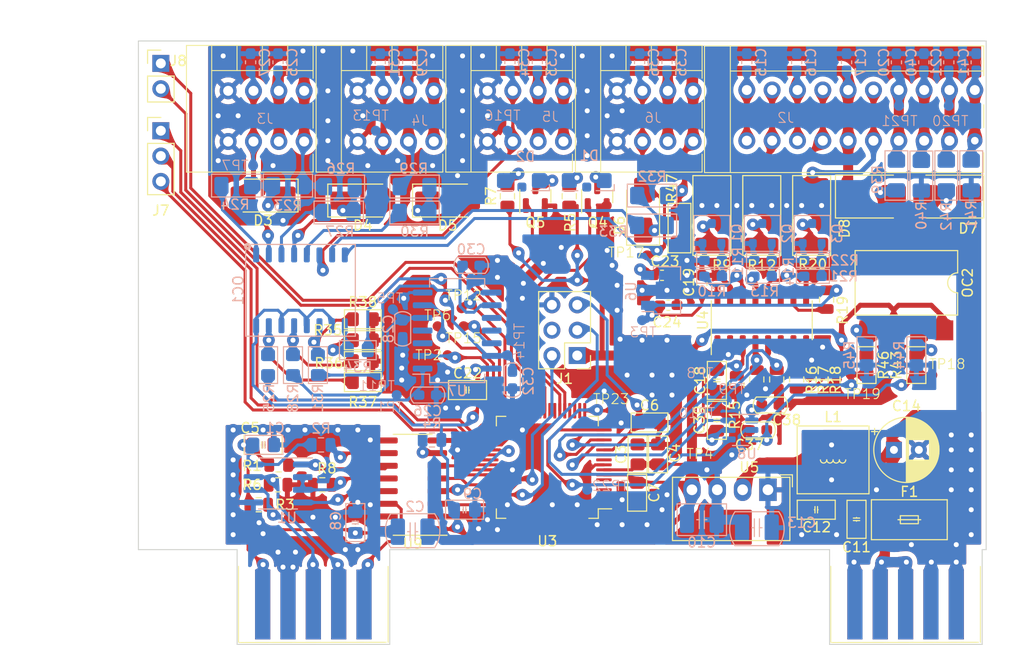
<source format=kicad_pcb>
(kicad_pcb (version 20221018) (generator pcbnew)
  (layers (0 "F.Cu" signal) (31 "B.Cu" signal) (34 "B.Paste" user) (35 "F.Paste" user) (36 "B.SilkS" user "B.Silkscreen") (37 "F.SilkS" user "F.Silkscreen") (38 "B.Mask" user) (39 "F.Mask" user) (44 "Edge.Cuts" user))
  (net 0 "")
  (net 1 "Net-(D1-K)")
  (net 2 "Net-(D1-A)")
  (net 3 "Net-(D2-K)")
  (net 4 "Net-(D2-A)")
  (net 5 "GNDD")
  (net 6 "/NRST")
  (net 7 "+3V3")
  (net 8 "/+3.3VRS485")
  (net 9 "Net-(C26-Pad1)")
  (net 10 "Net-(C28-Pad1)")
  (net 11 "/SWDIO")
  (net 12 "/STEP")
  (net 13 "/EN")
  (net 14 "/DIR")
  (net 15 "/RTS")
  (net 16 "/SWCLK")
  (net 17 "GND1")
  (net 18 "+24V")
  (net 19 "GNDA")
  (net 20 "/DI2")
  (net 21 "/DI1")
  (net 22 "/IN_POSITION")
  (net 23 "/ALARM")
  (net 24 "Net-(U5-IN+)")
  (net 25 "/RTS_cont")
  (net 26 "+5V")
  (net 27 "/Stepper_Motor_Control/IN_POSITION_out+")
  (net 28 "/Stepper_Motor_Control/ALARM_out+")
  (net 29 "Net-(RS2-Pin_2)")
  (net 30 "/Stepper_Motor_Control/EN_out-")
  (net 31 "/Stepper_Motor_Control/DIR_out-")
  (net 32 "/Stepper_Motor_Control/STEP_out-")
  (net 33 "Net-(OC1-Pad3)")
  (net 34 "Net-(OC1-Pad5)")
  (net 35 "Net-(OC1-Pad7)")
  (net 36 "Net-(U1-DE)")
  (net 37 "Net-(U1-RO)")
  (net 38 "Net-(U1-DI)")
  (net 40 "Net-(RS1-Pin_3)")
  (net 41 "Net-(RS1-Pin_4)")
  (net 42 "Net-(D5-A2)")
  (net 43 "Net-(C30-Pad1)")
  (net 44 "Net-(D6-A2)")
  (net 58 "Net-(C37-Pad1)")
  (net 59 "Net-(C38-Pad1)")
  (net 61 "Net-(J2-Pin_3)")
  (net 62 "Net-(J2-Pin_1)")
  (net 64 "/UART_DE")
  (net 83 "Net-(C32-Pad1)")
  (net 84 "Net-(Q1-B)")
  (net 85 "Net-(Q1-C)")
  (net 86 "Net-(Q2-B)")
  (net 87 "Net-(Q2-C)")
  (net 88 "Net-(Q3-B)")
  (net 89 "Net-(Q3-C)")
  (net 90 "Net-(D3-A2)")
  (net 91 "Net-(OC1-Pad9)")
  (net 92 "Net-(D4-A2)")
  (net 93 "Net-(OC1-Pad11)")
  (net 94 "Net-(D3-A1)")
  (net 95 "Net-(OC1-Pad13)")
  (net 96 "Net-(D4-A1)")
  (net 97 "Net-(OC1-Pad15)")
  (net 98 "Net-(Q4-B)")
  (net 99 "Net-(Q5-B)")
  (net 100 "Net-(D5-A1)")
  (net 101 "Net-(D6-A1)")
  (net 102 "Net-(OC1-Pad1)")
  (net 103 "Net-(OC2-Pad5)")
  (net 104 "Net-(OC2-Pad7)")
  (net 105 "Net-(U4-VOA)")
  (net 106 "Net-(U4-VOB)")
  (net 107 "Net-(U4-VE1)")
  (net 108 "Net-(U4-VE2)")
  (net 109 "Net-(U4-VOC)")
  (net 112 "/UART_TX")
  (net 113 "/UART_RX")
  (net 114 "/GPIO1")
  (net 115 "/GPIO2")
  (net 116 "Net-(U9-VE2)")
  (net 117 "Net-(U9-VE1)")
  (net 118 "/DI3")
  (net 119 "/DI4")
  (net 120 "/TX_USART_1")
  (net 121 "/DE_USART_1")
  (net 122 "/RX_USART_1")
  (net 128 "Net-(U6-IN)")
  (net 129 "Net-(D7-A)")
  (net 130 "Net-(D8-A)")
  (footprint "PCM_Resistor_SMD_AKL:R_0805_2012Metric_Pad1.20x1.40mm_HandSolder" (layer "F.Cu") (at 141.1 111.4525 90)
    (fp_text reference "C4")
    (fp_text value "4,7uF 50V 0805")
  )
  (footprint "PCM_Resistor_SMD_AKL:R_2512_6332Metric_Pad1.52x3.35mm_HandSolder" (layer "F.Cu") (at 146.5 87.5 -90)
    (fp_text reference "R9")
    (fp_text value "242 2512")
  )
  (footprint "Connector_PinHeader_2.54mm:PinHeader_1x03_P2.54mm_Vertical" (layer "F.Cu") (at 91.25 79)
    (fp_text reference "J7")
    (fp_text value "DebugUSART (PinHeader_01x03_P2.54mm)")
  )
  (footprint "PCM_4ms_Resistor:R_0805_2012Metric" (layer "F.Cu") (at 103.0625 112.5 180)
    (fp_text reference "R1")
    (fp_text value "103 0805")
  )
  (footprint "Converter_DCDC:Converter_DCDC_Murata_MEE1SxxxxSC_THT" (layer "F.Cu") (at 152.12 115 -90)
    (fp_text reference "U5")
    (fp_text value "AM1SS-2403SJZ")
  )
  (footprint "PCM_Resistor_SMD_AKL:R_2512_6332Metric_Pad1.52x3.35mm_HandSolder" (layer "F.Cu") (at 151.5 87.5 -90)
    (fp_text reference "R12")
    (fp_text value "242 2512")
  )
  (footprint "PCM_4ms_Resistor:R_0805_2012Metric" (layer "F.Cu") (at 153 103.9375 90)
    (fp_text reference "R17")
    (fp_text value "103 0805")
  )
  (footprint "PCM_Resistor_SMD_AKL:R_0805_2012Metric_Pad1.20x1.40mm_HandSolder" (layer "F.Cu") (at 140.25 108.25)
    (fp_text reference "C6")
    (fp_text value "0,1uF 50V 0805")
  )
  (footprint "Connector:DG141R-04" (layer "F.Cu") (at 110.319 78.048 -90)
    (fp_text reference "J3")
    (fp_text value "DI2 (DG141R-04)")
  )
  (footprint "PCM_Capacitor_THT_AKL:CP_Radial_D6.3mm_P2.50mm" (layer "F.Cu") (at 164.75 111)
    (fp_text reference "C14")
    (fp_text value "47uF 63V D10,5" hide)
  )
  (footprint "MountingHole:MountingHole_3.2mm_M3" (layer "F.Cu") (at 93 115)
    (fp_text reference "H2" hide)
    (fp_text value "MountingHole" hide)
  )
  (footprint "PCM_Resistor_SMD_AKL:R_0805_2012Metric_Pad1.20x1.40mm_HandSolder" (layer "F.Cu") (at 139 115.3 -90)
    (fp_text reference "C7")
    (fp_text value "0,1uF 50V 0805")
  )
  (footprint "PCM_Resistor_SMD_AKL:R_0805_2012Metric_Pad1.20x1.40mm_HandSolder" (layer "F.Cu") (at 111.5 97.9)
    (fp_text reference "R38")
    (fp_text value "103 0805")
  )
  (footprint "Connector:DG141R-04" (layer "F.Cu") (at 136.319 78.048 -90)
    (fp_text reference "J5")
    (fp_text value "DI2 (DG141R-04)")
  )
  (footprint "PCM_4ms_Resistor:R_0805_2012Metric" (layer "F.Cu") (at 158 95.9375 -90)
    (fp_text reference "R19")
    (fp_text value "472 0805")
  )
  (footprint "PCM_4ms_TestPoint:TestPoint_D1" (layer "F.Cu") (at 121.6 98.6)
    (fp_text reference "TP15")
    (fp_text value "TestPoint")
  )
  (footprint "PCM_4ms_Resistor:R_0805_2012Metric" (layer "F.Cu") (at 107.4375 114.5)
    (fp_text reference "R8")
    (fp_text value "103 0805")
  )
  (footprint "PCM_Resistor_SMD_AKL:R_0805_2012Metric_Pad1.20x1.40mm_HandSolder" (layer "F.Cu") (at 139.0475 111.4525 90)
    (fp_text reference "C3")
    (fp_text value "0,1uF 50V 0805")
  )
  (footprint "PCM_Inductor_SMD_Handsoldering_AKL:L_Bourns-SRN6028" (layer "F.Cu") (at 158.65 112 180)
    (fp_text reference "L1")
    (fp_text value "6,8uH 3,5A ETQP3M6R8KVP" hide)
  )
  (footprint "PCM_4ms_Resistor:R_0805_2012Metric" (layer "F.Cu") (at 149 104.5 90)
    (fp_text reference "R15")
    (fp_text value "103 0805")
  )
  (footprint "Capacitor_SMD:C_0603_1608Metric_Pad1.08x0.95mm_HandSolder" (layer "F.Cu") (at 142.1375 96.5)
    (fp_text reference "C24")
    (fp_text value "0,1uF 50V 0603")
  )
  (footprint "PCM_4ms_TestPoint:TestPoint_D1" (layer "F.Cu") (at 119 98.6)
    (fp_text reference "TP6")
    (fp_text value "TestPoint")
  )
  (footprint "PCM_Capacitor_SMD_US_Handsoldering_AKL:C_0603_1608Metric_Pad1.08x0.95mm" (layer "F.Cu") (at 151.1375 109 180)
    (fp_text reference "C37")
    (fp_text value "0,01uF 50V 0603" hide)
  )
  (footprint "PCM_Capacitor_SMD_AKL:C_0805_2012Metric_Pad1.18x1.45mm_HandSolder" (layer "F.Cu") (at 147 104.0375 90)
    (fp_text reference "C18")
    (fp_text value "0,1uF 100V 0805")
  )
  (footprint "Package_TO_SOT_SMD:SOT-23" (layer "F.Cu") (at 135 85.5625 90)
    (fp_text reference "Q4")
    (fp_text value "DTC114ECA (SOT-23)")
  )
  (footprint "PCM_Resistor_SMD_AKL:R_0805_2012Metric_Pad1.20x1.40mm_HandSolder" (layer "F.Cu") (at 162 102.5 -90)
    (fp_text reference "R46")
    (fp_text value "102 0805")
  )
  (footprint "Connector:DG141R-10" (layer "F.Cu") (at 177.559 78.095 -90)
    (fp_text reference "J2")
    (fp_text value "Driver (DG141R-10)")
  )
  (footprint "Package_QFP:LQFP-64_10x10mm_P0.5mm" (layer "F.Cu") (at 130 112.75 180)
    (fp_text reference "U3")
    (fp_text value "STM32G070RBTx (LQFP-64)")
  )
  (footprint "Connector:DG141R-04" (layer "F.Cu") (at 123.319 78.048 -90)
    (fp_text reference "J4")
    (fp_text value "DI1 (DG141R-04)")
  )
  (footprint "PCM_4ms_TestPoint:TestPoint_D1" (layer "F.Cu") (at 136.5 107 180)
    (fp_text reference "TP23")
    (fp_text value "TestPoint")
  )
  (footprint "PCM_Resistor_SMD_AKL:R_0805_2012Metric_Pad1.20x1.40mm_HandSolder" (layer "F.Cu") (at 111.5 104.2)
    (fp_text reference "R37")
    (fp_text value "103 0805")
  )
  (footprint "Diode_SMD:D_SMA" (layer "F.Cu") (at 139.601036 86.962588 90)
    (fp_text reference "D6")
    (fp_text value "SMAJ12A")
  )
  (footprint "Diode_SMD:D_SMA" (layer "F.Cu") (at 120 86)
    (fp_text reference "D5")
    (fp_text value "SMAJ12A")
  )
  (footprint "Capacitor_SMD:C_0603_1608Metric_Pad1.08x0.95mm_HandSolder" (layer "F.Cu") (at 141.5 93.5)
    (fp_text reference "C23")
    (fp_text value "0.33uF 50V 0603")
  )
  (footprint "Package_DIP:SMDIP-8_W9.53mm" (layer "F.Cu") (at 166 94.25 -90)
    (fp_text reference "OC2")
    (fp_text value "LTV-827S")
  )
  (footprint "PCM_Resistor_SMD_AKL:R_0805_2012Metric_Pad1.20x1.40mm_HandSolder" (layer "F.Cu") (at 167 102.5 -90)
    (fp_text reference "R43")
    (fp_text value "102 0805")
  )
  (footprint "PCM_4ms_TestPoint:TestPoint_D1" (layer "F.Cu") (at 121.4 96.8)
    (fp_text reference "TP12")
    (fp_text value "TestPoint")
  )
  (footprint "PCM_Capacitor_SMD_AKL:C_0805_2012Metric_Pad1.18x1.45mm_HandSolder" (layer "F.Cu") (at 122 105)
    (fp_text reference "C22")
    (fp_text value "0,1uF 100V 0805")
  )
  (footprint "Package_TO_SOT_SMD:SOT-23" (layer "F.Cu") (at 128.8 85.5625 90)
    (fp_text reference "Q5")
    (fp_text value "DTC114ECA (SOT-23)")
  )
  (footprint "PCM_Capacitor_SMD_US_Handsoldering_AKL:C_0603_1608Metric_Pad1.08x0.95mm" (layer "F.Cu") (at 152.3625 106.5)
    (fp_text reference "C38")
    (fp_text value "0,01uF 50V 0603" hide)
  )
  (footprint "PCM_4ms_Resistor:R_0805_2012Metric" (layer "F.Cu") (at 126 85.5625 90)
    (fp_text reference "R7")
    (fp_text value "151 0805")
  )
  (footprint "PCM_4ms_TestPoint:TestPoint_D1" (layer "F.Cu") (at 140 91.5)
    (fp_text reference "TP17")
    (fp_text value "TestPoint")
  )
  (footprint "Diode_SMD:D_SMB" (layer "F.Cu") (at 162.55 85.6)
    (fp_text reference "D8")
    (fp_text value "SMBJ3.3A")
  )
  (footprint "Diode_SMD:D_SMA" (layer "F.Cu") (at 111.5 86)
    (fp_text reference "D4")
    (fp_text value "SMAJ12A")
  )
  (footprint "PCM_Resistor_SMD_AKL:R_2512_6332Metric_Pad1.52x3.35mm_HandSolder" (layer "F.Cu") (at 156.5 87.5 -90)
    (fp_text reference "R20")
    (fp_text value "242 2512")
  )
  (footprint "PCM_4ms_Resistor:R_0805_2012Metric" (layer "F.Cu") (at 151 103.9375 90)
    (fp_text reference "R16")
    (fp_text value "103 0805")
  )
  (footprint "PCM_4ms_TestPoint:TestPoint_D1" (layer "F.Cu") (at 120 101.5)
    (fp_text reference "TP2")
    (fp_text value "TestPoint")
  )
  (footprint "PCM_4ms_Resistor:R_0805_2012Metric" (layer "F.Cu") (at 155 103.9375 90)
    (fp_text reference "R18")
    (fp_text value "472 0805")
  )
  (footprint "PCM_4ms_Resistor:R_0805_2012Metric" (layer "F.Cu") (at 101.0625 116.5 180)
    (fp_text reference "R3")
    (fp_text value "561 0805")
  )
  (footprint "PCM_4ms_Resistor:R_0805_2012Metric" (layer "F.Cu") (at 103 114.5 180)
    (fp_text reference "R6")
    (fp_text value "561 0805")
  )
  (footprint "PCM_Capacitor_SMD_AKL:C_0805_2012Metric_Pad1.18x1.45mm_HandSolder" (layer "F.Cu") (at 161 117.9625 -90)
    (fp_text reference "C11")
    (fp_text value "4,7uF 50V 0805")
  )
  (footprint "PCM_4ms_TestPoint:TestPoint_D1" (layer "F.Cu") (at 160.4 103.4 180)
    (fp_text reference "TP19")
    (fp_text value "TestPoint")
  )
  (footprint "Package_SO:SOIC-16_3.9x9.9mm_P1.27mm" (layer "F.Cu") (at 151.5 98 90)
    (fp_text reference "U4")
    (fp_text value "π141M30")
  )
  (footprint "PCM_Capacitor_SMD_AKL:C_0805_2012Metric_Pad1.18x1.45mm_HandSolder" (layer "F.Cu") (at 156.9625 117)
    (fp_text reference "C12")
    (fp_text value "4,7uF 50V 0805")
  )
  (footprint "Connector_PinHeader_2.54mm:PinHeader_1x02_P2.54mm_Vertical" (layer "F.Cu") (at 91.249293 72.249293)
    (fp_text reference "J8")
    (fp_text value "Debug GPIO (PinHeader_01x02_P2.54mm)")
  )
  (footprint "MountingHole:MountingHole_3.2mm_M3" (layer "F.Cu") (at 93 95)
    (fp_text reference "H1" hide)
    (fp_text value "MountingHole" hide)
  )
  (footprint "Connector:Edge_Conn_KLS1-603-10" (layer "F.Cu") (at 106.54 122.69)
    (fp_text reference "RS1" hide)
    (fp_text value "SL-10 (L-KLS1-603C-10-S)" hide)
  )
  (footprint "Connector:Edge_Conn_KLS1-603-10" (layer "F.Cu") (at 165.92 122.69)
    (fp_text reference "RS2" hide)
    (fp_text value "SL-10 (L-KLS1-603C-10-S)")
  )
  (footprint "Diode_SMD:D_SMA" (layer "F.Cu") (at 101.5 85.5 180)
    (fp_text reference "D3")
    (fp_text value "SMAJ12A")
  )
  (footprint "PCM_Capacitor_SMD_AKL:C_0805_2012Metric_Pad1.18x1.45mm_HandSolder" (layer "F.Cu") (at 101.5 110.5 180)
    (fp_text reference "C5")
    (fp_text value "0,1uF 100V 0805")
  )
  (footprint "Connector_PinHeader_2.54mm:PinHeader_2x03_P2.54mm_Vertical" (layer "F.Cu") (at 133 101.54 180)
    (fp_text reference "J1")
    (fp_text value "Prog (PinHeader_2x03_P2.54mm)")
  )
  (footprint "Capacitor_SMD:C_0603_1608Metric_Pad1.08x0.95mm_HandSolder" (layer "F.Cu") (at 145.5 94.3625 90)
    (fp_text reference "C19")
    (fp_text value "0,1uF 50V 0603")
  )
  (footprint "PCM_Resistor_SMD_AKL:R_0805_2012Metric_Pad1.20x1.40mm_HandSolder" (layer "F.Cu") (at 111.5 102.1)
    (fp_text reference "R36")
    (fp_text value "103 0805")
  )
  (footprint "PCM_4ms_TestPoint:TestPoint_D1" (layer "F.Cu") (at 144.5 112.5)
    (fp_text reference "TP4")
    (fp_text value "TestPoint")
  )
  (footprint "PCM_Fuse_Handsoldering_AKL:Fuse_Littelfuse-NANO2-451_453" (layer "F.Cu") (at 166.295 118)
    (fp_text reference "F1")
    (fp_text value "0452.500MRL" hide)
  )
  (footprint "Diode_SMD:D_SMB" (layer "F.Cu") (at 170.1 85.6 180)
    (fp_text reference "D7")
    (fp_text value "SMBJ3.3A")
  )
  (footprint "PCM_4ms_TestPoint:TestPoint_D1" (layer "F.Cu") (at 168.6 103.5)
    (fp_text reference "TP18")
    (fp_text value "TestPoint")
  )
  (footprint "Package_SO:SOIC-16_3.9x9.9mm_P1.27mm" (layer "F.Cu") (at 116.5 114.5 180)
    (fp_text reference "U9")
    (fp_text value "π141M30")
  )
  (footprint "PCM_Resistor_SMD_AKL:R_0805_2012Metric_Pad1.20x1.40mm_HandSolder" (layer "F.Cu") (at 111.5 100)
    (fp_text reference "R35")
    (fp_text value "103 0805")
  )
  (footprint "PCM_Resistor_SMD_AKL:R_1206_3216Metric_Pad1.42x1.75mm_HandSolder" (layer "F.Cu") (at 143.25 88.7625 90)
    (fp_text reference "R47")
    (fp_text value "621 1206")
  )
  (footprint "PCM_4ms_Resistor:R_0805_2012Metric" (layer "F.Cu") (at 132.199293 85.5625 -90)
    (fp_text reference "R5")
    (fp_text value "151 0805")
  )
  (footprint "Connector:DG141R-04" (layer "F.Cu") (at 149.319 78.048 -90)
    (fp_text reference "J6")
    (fp_text value "DI1 (DG141R-04)")
  )
  (footprint "PCM_Capacitor_SMD_AKL:C_0805_2012Metric_Pad1.18x1.45mm_HandSolder" (layer "F.Cu") (at 147 108.0375 -90)
    (fp_text reference "C39")
    (fp_text value "0,1uF 100V 0805")
  )
  (footprint "PCM_Capacitor_SMD_US_Handsoldering_AKL:C_0603_1608Metric_Pad1.08x0.95mm" (layer "B.Cu") (at 115.5 98.8625 -90)
    (fp_text reference "C28")
    (fp_text value "0,01uF 50V 0603" hide)
  )
  (footprint "PCM_Capacitor_SMD_US_Handsoldering_AKL:C_0603_1608Metric_Pad1.08x0.95mm" (layer "B.Cu") (at 122.3625 92.5)
    (fp_text reference "C30")
    (fp_text value "0,01uF 50V 0603" hide)
  )
  (footprint "PCM_Resistor_SMD_AKL:R_0603_1608Metric_Pad1.05x0.95mm_HandSolder" (layer "B.Cu") (at 146.625 93.6 180)
    (fp_text reference "R10")
    (fp_text value "103 0603")
  )
  (footprint "PCM_Capacitor_SMD_US_Handsoldering_AKL:C_0603_1608Metric_Pad1.08x0.95mm" (layer "B.Cu") (at 118 105.5)
    (fp_text reference "C26")
    (fp_text value "0,01uF 50V 0603" hide)
  )
  (footprint "PCM_Capacitor_SMD_AKL:C_1210_3225Metric_Pad1.42x2.65mm_HandSolder" (layer "B.Cu") (at 145.4875 118)
    (fp_text reference "C10")
    (fp_text value "10uF 50V 1210 GRM32ER71H106K")
  )
  (footprint "PCM_4ms_TestPoint:TestPoint_D1" (layer "B.Cu") (at 139.5 98 -90)
    (fp_text reference "TP3")
    (fp_text value "TestPoint")
  )
  (footprint "PCM_Resistor_SMD_AKL:R_1206_3216Metric_Pad1.42x1.75mm_HandSolder" (layer "B.Cu") (at 140.5 85.5 180)
    (fp_text reference "R32")
    (fp_text value "102 1206")
  )
  (footprint "Capacitor_SMD:C_0603_1608Metric_Pad1.08x0.95mm_HandSolder" (layer "B.Cu") (at 116 72.1375 90)
    (fp_text reference "C29")
    (fp_text value "0,1uF 50V 0603")
  )
  (footprint "PCM_4ms_TestPoint:TestPoint_D1" (layer "B.Cu") (at 126 79 180)
    (fp_text reference "TP16")
    (fp_text value "TestPoint")
  )
  (footprint "Capacitor_SMD:C_0603_1608Metric_Pad1.08x0.95mm_HandSolder" (layer "B.Cu") (at 129 72.1375 90)
    (fp_text reference "C33")
    (fp_text value "0,1uF 50V 0603")
  )
  (footprint "Package_TO_SOT_SMD:SOT-89-3" (layer "B.Cu") (at 142 95)
    (fp_text reference "U6")
    (fp_text value "L78L05 (SOT89-3)")
  )
  (footprint "PCM_4ms_TestPoint:TestPoint_D1" (layer "B.Cu") (at 134 115)
    (fp_text reference "TP22")
    (fp_text value "TestPoint")
  )
  (footprint "PCM_Capacitor_SMD_AKL:C_0805_2012Metric_Pad1.18x1.45mm_HandSolder" (layer "B.Cu") (at 101.575 110.5 180)
    (fp_text reference "C1")
    (fp_text value "1uF 100V 0805")
  )
  (footprint "Capacitor_SMD:C_0603_1608Metric_Pad1.08x0.95mm_HandSolder" (layer "B.Cu") (at 103 72.1375 90)
    (fp_text reference "C25")
    (fp_text value "0,1uF 50V 0603")
  )
  (footprint "PCM_Package_TO_SOT_SMD_AKL:SOT-23" (layer "B.Cu") (at 156.55 89.3 90)
    (fp_text reference "Q3")
    (fp_text value "2SC2712 (SOT-23)" hide)
  )
  (footprint "PCM_Resistor_SMD_AKL:R_1206_3216Metric_Pad1.42x1.75mm_HandSolder" (layer "B.Cu") (at 116.6875 87.2 180)
    (fp_text reference "R30")
    (fp_text value "102 1206")
  )
  (footprint "PCM_4ms_TestPoint:TestPoint_D1" (layer "B.Cu") (at 100.5 82.5 180)
    (fp_text reference "TP7")
    (fp_text value "TestPoint")
  )
  (footprint "PCM_Capacitor_SMD_AKL:C_0805_2012Metric_Pad1.18x1.45mm_HandSolder" (layer "B.Cu") (at 121.7 117 180)
    (fp_text reference "C9")
    (fp_text value "0,1uF 100V 0805")
  )
  (footprint "PCM_Resistor_SMD_AKL:R_1206_3216Metric_Pad1.42x1.75mm_HandSolder" (layer "B.Cu") (at 98.8125 84.5 180)
    (fp_text reference "R24")
    (fp_text value "102 1206")
  )
  (footprint "PCM_Resistor_SMD_AKL:R_1206_3216Metric_Pad1.42x1.75mm_HandSolder" (layer "B.Cu") (at 170 83.4875 90)
    (fp_text reference "R42")
    (fp_text value "102 1206")
  )
  (footprint "PCM_4ms_TestPoint:TestPoint_D1" (layer "B.Cu") (at 112.8 79 180)
    (fp_text reference "TP13")
    (fp_text value "TestPoint")
  )
  (footprint "Capacitor_SMD:C_0603_1608Metric_Pad1.08x0.95mm_HandSolder" (layer "B.Cu") (at 139.25 72.1375 90)
    (fp_text reference "C36")
    (fp_text value "0,1uF 50V 0603")
  )
  (footprint "PCM_Resistor_SMD_AKL:R_1206_3216Metric_Pad1.42x1.75mm_HandSolder" (layer "B.Cu") (at 167.5 83.5125 90)
    (fp_text reference "R40")
    (fp_text value "102 1206")
  )
  (footprint "PCM_Capacitor_SMD_Handsoldering_AKL:C_1210_3225Metric_Pad1.42x2.65mm" (layer "B.Cu") (at 151.0125 118.8 180)
    (fp_text reference "C13")
    (fp_text value " 270 pf X7R 1206 2000v 202R18W271KW4E" hide)
  )
  (footprint "Capacitor_SMD:C_0603_1608Metric_Pad1.08x0.95mm_HandSolder" (layer "B.Cu") (at 165 72.1375 90)
    (fp_text reference "C20")
    (fp_text value "0,1uF 50V 0603")
  )
  (footprint "PCM_Package_TO_SOT_SMD_AKL:SOT-23" (layer "B.Cu") (at 151.55 89.3 90)
    (fp_text reference "Q2")
    (fp_text value "2SC2712 (SOT-23)" hide)
  )
  (footprint "Capacitor_SMD:C_0603_1608Metric_Pad1.08x0.95mm_HandSolder" (layer "B.Cu") (at 155 72.1375 90)
    (fp_text reference "C16")
    (fp_text value "0,1uF 50V 0603")
  )
  (footprint "PCM_4ms_Resistor:R_0805_2012Metric" (layer "B.Cu") (at 107.3125 110.5 180)
    (fp_text reference "R2")
    (fp_text value "472 0805")
  )
  (footprint "Package_TO_SOT_SMD:SOT-23-6" (layer "B.Cu") (at 149.3625 109 180)
    (fp_text reference "U8")
    (fp_text value "74LVC2G14")
  )
  (footprint "PCM_Resistor_SMD_AKL:R_1206_3216Metric_Pad1.42x1.75mm_HandSolder" (layer "B.Cu") (at 165 83.4875 90)
    (fp_text reference "R39")
    (fp_text value "102 1206")
  )
  (footprint "PCM_Resistor_SMD_AKL:R_1206_3216Metric_Pad1.42x1.75mm_HandSolder" (layer "B.Cu") (at 140.4875 88.5 180)
    (fp_text reference "R33")
    (fp_text value "102 1206")
  )
  (footprint "PCM_Resistor_SMD_AKL:R_0603_1608Metric_Pad1.05x0.95mm_HandSolder" (layer "B.Cu") (at 156.625 93.6 180)
    (fp_text reference "R21")
    (fp_text value "103 0603")
  )
  (footprint "PCM_Resistor_SMD_AKL:R_1206_3216Metric_Pad1.42x1.75mm_HandSolder" (layer "B.Cu") (at 103.9875 84.5 180)
    (fp_text reference "R23")
    (fp_text value "102 1206")
  )
  (footprint "Capacitor_SMD:C_0603_1608Metric_Pad1.08x0.95mm_HandSolder" (layer "B.Cu") (at 150 72.1375 90)
    (fp_text reference "C15")
    (fp_text value "0,1uF 50V 0603")
  )
  (footprint "PCM_Resistor_SMD_AKL:R_0603_1608Metric_Pad1.05x0.95mm_HandSolder" (layer "B.Cu") (at 156.625 92)
    (fp_text reference "R22")
    (fp_text value "103 0603")
  )
  (footprint "LED_SMD:LED_Kingbright_KPA-3010_3x2x1mm" (layer "B.Cu") (at 133.949293 83.5 180)
    (fp_text reference "D1")
    (fp_text value "KPA-3010CGCK")
  )
  (footprint "Capacitor_SMD:C_0603_1608Metric_Pad1.08x0.95mm_HandSolder" (layer "B.Cu") (at 167.75 72.1375 90)
    (fp_text reference "C40")
    (fp_text value "0,1uF 50V 0603")
  )
  (footprint "PCM_4ms_TestPoint:TestPoint_D1" (layer "B.Cu") (at 146.5 104.5 180)
    (fp_text reference "TP8")
    (fp_text value "TestPoint")
  )
  (footprint "PCM_Capacitor_SMD_Handsoldering_AKL:C_1210_3225Metric_Pad1.42x2.65mm" (layer "B.Cu") (at 116.5 119.2)
    (fp_text reference "C2")
    (fp_text value " 270 pf X7R 1206 2000v 202R18W271KW4E" hide)
  )
  (footprint "PCM_Resistor_SMD_AKL:R_0805_2012Metric_Pad1.20x1.40mm_HandSolder" (layer "B.Cu") (at 167 101.5 -90)
    (fp_text reference "R44")
    (fp_text value "103 0805")
  )
  (footprint "PCM_4ms_TestPoint:TestPoint_D1" (layer "B.Cu") (at 114.9 105.5 180)
    (fp_text reference "TP1")
    (fp_text value "TestPoint")
  )
  (footprint "Capacitor_SMD:C_0603_1608Metric_Pad1.08x0.95mm_HandSolder" (layer "B.Cu") (at 160 72.1375 90)
    (fp_text reference "C17")
    (fp_text value "0,1uF 50V 0603")
  )
  (footprint "Package_SO:SO-14_5.3x10.2mm_P1.27mm" (layer "B.Cu") (at 120.96 99.0375)
    (fp_text reference "U7")
    (fp_text value "HEF40106BT (SO-14)")
  )
  (footprint "Capacitor_SMD:C_0603_1608Metric_Pad1.08x0.95mm_HandSolder" (layer "B.Cu") (at 113.25 72.1375 90)
    (fp_text reference "C31")
    (fp_text value "0,1uF 50V 0603")
  )
  (footprint "PCM_Resistor_SMD_AKL:R_1206_3216Metric_Pad1.42x1.75mm_HandSolder" (layer "B.Cu") (at 109.2 84.6)
    (fp_text reference "R26")
    (fp_text value "102 1206")
  )
  (footprint "PCM_4ms_TestPoint:TestPoint_D1" (layer "B.Cu") (at 113 103.5 180)
    (fp_text reference "TP11")
    (fp_text value "TestPoint")
  )
  (footprint "PCM_Capacitor_SMD_AKL:C_0805_2012Metric_Pad1.18x1.45mm_HandSolder" (layer "B.Cu") (at 110.75 118.2875 -90)
    (fp_text reference "C8")
    (fp_text value "0,1uF 100V 0805")
  )
  (footprint "PCM_Resistor_SMD_AKL:R_1206_3216Metric_Pad1.42x1.75mm_HandSolder" (layer "B.Cu") (at 116.6875 84.6)
    (fp_text reference "R29")
    (fp_text value "102 1206")
  )
  (footprint "PCM_4ms_TestPoint:TestPoint_D1" (layer "B.Cu") (at 170.25 76.5)
    (fp_text reference "TP20")
    (fp_text value "TestPoint")
  )
  (footprint "Capacitor_SMD:C_0603_1608Metric_Pad1.08x0.95mm_HandSolder" (layer "B.Cu") (at 170.25 72.1375 90)
    (fp_text reference "C21")
    (fp_text value "0,1uF 50V 0603")
  )
  (footprint "Capacitor_SMD:C_0603_1608Metric_Pad1.08x0.95mm_HandSolder" (layer "B.Cu") (at 173 72.1375 90)
    (fp_text reference "C41")
    (fp_text value "0,1uF 50V 0603")
  )
  (footprint "Capacitor_SMD:C_0603_1608Metric_Pad1.08x0.95mm_HandSolder" (layer "B.Cu") (at 142 72.1375 90)
    (fp_text reference "C35")
    (fp_text value "0,1uF 50V 0603")
  )
  (footprint "PCM_Resistor_SMD_AKL:R_0603_1608Metric_Pad1.05x0.95mm_HandSolder" (layer "B.Cu") (at 146.625 92)
    (fp_text reference "R11")
    (fp_text value "103 0603")
  )
  (footprint "PCM_4ms_TestPoint:TestPoint_D1" (layer "B.Cu") (at 146.1 106 180)
    (fp_text reference "TP10")
    (fp_text value "TestPoint")
  )
  (footprint "PCM_Resistor_SMD_AKL:R_0805_2012Metric_Pad1.20x1.40mm_HandSolder" (layer "B.Cu") (at 102 102.5 -90)
    (fp_text reference "R25")
    (fp_text value "102 0805")
  )
  (footprint "PCM_Resistor_SMD_AKL:R_0603_1608Metric_Pad1.05x0.95mm_HandSolder" (layer "B.Cu") (at 151.625 93.6 180)
    (fp_text reference "R13")
    (fp_text value "103 0603")
  )
  (footprint "PCM_Resistor_SMD_AKL:R_0805_2012Metric_Pad1.20x1.40mm_HandSolder" (layer "B.Cu") (at 111 101)
    (fp_text reference "R34")
    (fp_text value "102 0805")
  )
  (footprint "PCM_Package_TO_SOT_SMD_AKL:SOT-23" (layer "B.Cu") (at 146.5 89.3 90)
    (fp_text reference "Q1")
    (fp_text value "2SC2712 (SOT-23)" hide)
  )
  (footprint "PCM_Resistor_SMD_AKL:R_0603_1608Metric_Pad1.05x0.95mm_HandSolder" (layer "B.Cu") (at 151.625 92)
    (fp_text reference "R14")
    (fp_text value "103 0603")
  )
  (footprint "PCM_4ms_TestPoint:TestPoint_D1" (layer "B.Cu") (at 114.5 96.9 180)
    (fp_text reference "TP5")
    (fp_text value "TestPoint")
  )
  (footprint "LED_SMD:LED_Kingbright_KPA-3010_3x2x1mm" (layer "B.Cu") (at 127.45 83.5 180)
    (fp_text reference "D2")
    (fp_text value "KPA-3010CGCK")
  )
  (footprint "PCM_Capacitor_SMD_US_Handsoldering_AKL:C_0603_1608Metric_Pad1.08x0.95mm" (layer "B.Cu") (at 126.5 104 -90)
    (fp_text reference "C32")
    (fp_text value "0,01uF 50V 0603" hide)
  )
  (footprint "PCM_Resistor_SMD_AKL:R_0805_2012Metric_Pad1.20x1.40mm_HandSolder" (layer "B.Cu") (at 107 102.5 -90)
    (fp_text reference "R31")
    (fp_text value "102 0805")
  )
  (footprint "Capacitor_SMD:C_0603_1608Metric_Pad1.08x0.95mm_HandSolder" (layer "B.Cu") (at 100.25 72.1375 90)
    (fp_text reference "C27")
    (fp_text value "0,1uF 50V 0603")
  )
  (footprint "PCM_4ms_TestPoint:TestPoint_D1" (layer "B.Cu") (at 165.25 76.5)
    (fp_text reference "TP21")
    (fp_text value "TestPoint")
  )
  (footprint "PCM_Package_SO_AKL:SOIC-16W_5.3x10.2mm_P1.27mm" (layer "B.Cu") (at 105.25 95 -90)
    (fp_text reference "OC1")
    (fp_text value "IS281- 4 (SOIC-16W)" hide)
  )
  (footprint "PCM_Resistor_SMD_AKL:R_1206_3216Metric_Pad1.42x1.75mm_HandSolder" (layer "B.Cu") (at 172.5 83.4875 -90)
    (fp_text reference "R41")
    (fp_text value "102 1206")
  )
  (footprint "PCM_Resistor_SMD_AKL:R_0805_2012Metric_Pad1.20x1.40mm_HandSolder" (layer "B.Cu") (at 162 101.5 -90)
    (fp_text reference "R45")
    (fp_text value "103 0805")
  )
  (footprint "PCM_4ms_TestPoint:TestPoint_D1" (layer "B.Cu") (at 148 106 180)
    (fp_text reference "TP9")
    (fp_text value "TestPoint")
  )
  (footprint "PCM_Resistor_SMD_AKL:R_1206_3216Metric_Pad1.42x1.75mm_HandSolder" (layer "B.Cu") (at 109.0875 87.2 180)
    (fp_text reference "R27")
    (fp_text value "102 1206")
  )
  (footprint "PCM_4ms_Resistor:R_0805_2012Metric" (layer "B.Cu") (at 118.4375 110 180)
    (fp_text reference "R4")
    (fp_text value "472 0805")
  )
  (footprint "Capacitor_SMD:C_0603_1608Metric_Pad1.08x0.95mm_HandSolder" (layer "B.Cu") (at 126.25 72.1375 90)
    (fp_text reference "C34")
    (fp_text value "0,1uF 50V 0603")
  )
  (footprint "PCM_4ms_TestPoint:TestPoint_D1" (layer "B.Cu") (at 126 101.5 180)
    (fp_text reference "TP14")
    (fp_text value "TestPoint")
  )
  (footprint "Package_SO:SOIC-8_3.9x4.9mm_P1.27mm" (layer "B.Cu") (at 103 114.365 180)
    (fp_text reference "U1")
    (fp_text value "ADM3485EARZ-REEL (SOIC-8)")
  )
  (footprint "PCM_Resistor_SMD_AKL:R_0805_2012Metric_Pad1.20x1.40mm_HandSolder" (layer "B.Cu") (at 104.5 102.5 -90)
    (fp_text reference "R28")
    (fp_text value "102 0805")
  )
  (gr_line (start 98.9 121) (end 98.9 130.5) (stroke (width 0.1)) (layer "Edge.Cuts"))
  (gr_line (start 158.3 121) (end 158.3 130.5) (stroke (width 0.1)) (layer "Edge.Cuts"))
  (gr_line (start 158.3 130.5) (end 173.6 130.5) (stroke (width 0.1)) (layer "Edge.Cuts"))
  (gr_line (start 173.6 121) (end 174 121) (stroke (width 0.1)) (layer "Edge.Cuts"))
  (gr_line (start 98.9 121) (end 89 121) (stroke (width 0.1)) (layer "Edge.Cuts"))
  (gr_line (start 89 121) (end 89 70) (stroke (width 0.1)) (layer "Edge.Cuts"))
  (gr_line (start 114.2 130.5) (end 114.2 121) (stroke (width 0.1)) (layer "Edge.Cuts"))
  (gr_line (start 89 70) (end 96.5 70) (stroke (width 0.1)) (layer "Edge.Cuts"))
  (gr_line (start 174 70) (end 96.5 70) (stroke (width 0.1)) (layer "Edge.Cuts"))
  (gr_line (start 173.6 130.5) (end 173.6 121) (stroke (width 0.1)) (layer "Edge.Cuts"))
  (gr_line (start 98.9 130.5) (end 114.2 130.5) (stroke (width 0.1)) (layer "Edge.Cuts"))
  (gr_line (start 114.2 121) (end 158.3 121) (stroke (width 0.1)) (layer "Edge.Cuts"))
  (gr_line (start 174 121) (end 174 70) (stroke (width 0.1)) (layer "Edge.Cuts"))
  (via (at 134.850566 83.650455) (size 1.2) (drill 0.5) (layers "F.Cu" "B.Cu") (net 1))
  (segment (start 134.850566 83.650455) (end 135.200111 84) (width 0.3) (layer "B.Cu") (net 1))
  (segment (start 135.200111 84) (end 135.699293 84) (width 0.3) (layer "B.Cu") (net 1))
  (segment (start 132.199293 84.625) (end 132.199293 84.49545) (width 0.3) (layer "F.Cu") (net 2))
  (segment (start 132.199293 84.49545) (end 132.979443 83.7153) (width 0.3) (layer "F.Cu") (net 2))
  (via (at 132.979443 83.7153) (size 1.2) (drill 0.5) (layers "F.Cu" "B.Cu") (net 2))
  (segment (start 132.483993 83.7153) (end 132.199293 84) (width 0.3) (layer "B.Cu") (net 2))
  (segment (start 132.979443 83.7153) (end 132.483993 83.7153) (width 0.3) (layer "B.Cu") (net 2))
  (segment (start 129.875 84.625) (end 130.5 84) (width 0.3) (layer "F.Cu") (net 3))
  (segment (start 128.8 84.625) (end 129.875 84.625) (width 0.3) (layer "F.Cu") (net 3))
  (via (at 130.5 84) (size 1.2) (drill 0.5) (layers "F.Cu" "B.Cu") (net 3))
  (segment (start 130.5 84) (end 129.2 84) (width 0.3) (layer "B.Cu") (net 3))
  (segment (start 127.1 83.3) (end 126 84.4) (width 0.3) (layer "F.Cu") (net 4))
  (segment (start 126 84.4) (end 126 84.625) (width 0.3) (layer "F.Cu") (net 4))
  (via (at 127.1 83.3) (size 1.2) (drill 0.5) (layers "F.Cu" "B.Cu") (net 4))
  (segment (start 126.4 83.3) (end 125.7 84) (width 0.3) (layer "B.Cu") (net 4))
  (segment (start 127.1 83.3) (end 126.4 83.3) (width 0.3) (layer "B.Cu") (net 4))
  (segment (start 147 107) (end 147.5 107) (width 1) (layer "F.Cu") (net 5))
  (segment (start 129.6 86.65) (end 129.75 86.5) (width 0.3) (layer "F.Cu") (net 5))
  (segment (start 150.8 105.075) (end 151 104.875) (width 1) (layer "F.Cu") (net 5))
  (segment (start 118.975 117.675) (end 123.675 117.675) (width 0.5) (layer "F.Cu") (net 5))
  (segment (start 147 105.075) (end 148.6375 105.075) (width 1) (layer "F.Cu") (net 5))
  (segment (start 135.5 86.95) (end 135.5 87.25) (width 1) (layer "F.Cu") (net 5))
  (segment (start 150 105.5) (end 150.425 105.075) (width 1) (layer "F.Cu") (net 5))
  (segment (start 134.79688 112.5) (end 133.9 113.39688) (width 0.3) (layer "F.Cu") (net 5))
  (segment (start 129.6 92.3) (end 129.6 86.65) (width 0.3) (layer "F.Cu") (net 5))
  (segment (start 151.875 104.875) (end 153 104.875) (width 1) (layer "F.Cu") (net 5))
  (segment (start 147.5 107) (end 149.5 109) (width 1) (layer "F.Cu") (net 5))
  (segment (start 155.945 101.445) (end 156.5 102) (width 0.3) (layer "F.Cu") (net 5))
  (segment (start 153.225 106.5) (end 153.225 105.1) (width 1) (layer "F.Cu") (net 5))
  (segment (start 155.945 100.475) (end 155.945 101.445) (width 0.3) (layer "F.Cu") (net 5))
  (segment (start 133.9 115.6) (end 133 116.5) (width 0.3) (layer "F.Cu") (net 5))
  (segment (start 135.75 90.75) (end 136 91) (width 1) (layer "F.Cu") (net 5))
  (segment (start 146.92 112.355) (end 149.5 109.775) (width 1) (layer "F.Cu") (net 5))
  (segment (start 147 105.075) (end 147 107) (width 1) (layer "F.Cu") (net 5))
  (segment (start 149.575 105.075) (end 150 105.5) (width 1) (layer "F.Cu") (net 5))
  (segment (start 149.5 109) (end 150.275 109) (width 1) (layer "F.Cu") (net 5))
  (segment (start 133.9 113.39688) (end 133.9 115.6) (width 0.3) (layer "F.Cu") (net 5))
  (segment (start 146 113) (end 146.92 112.355) (width 1) (layer "F.Cu") (net 5))
  (segment (start 135.675 112.5) (end 134.79688 112.5) (width 0.3) (layer "F.Cu") (net 5))
  (segment (start 135.5 87.25) (end 135.75 87.5) (width 1) (layer "F.Cu") (net 5))
  (segment (start 153.225 105.1) (end 153 104.875) (width 1) (layer "F.Cu") (net 5))
  (segment (start 148.6375 105.075) (end 149.575 105.075) (width 1) (layer "F.Cu") (net 5))
  (segment (start 135.75 87.5) (end 135.75 90.75) (width 1) (layer "F.Cu") (net 5))
  (segment (start 146.92 115) (end 146 113) (width 1) (layer "F.Cu") (net 5))
  (segment (start 150.425 105.075) (end 150.8 105.075) (width 1) (layer "F.Cu") (net 5))
  (segment (start 149.5 109.775) (end 149.5 109) (width 1) (layer "F.Cu") (net 5))
  (segment (start 135.95 86.5) (end 135.5 86.95) (width 1) (layer "F.Cu") (net 5))
  (segment (start 151.875 104.875) (end 151 104.875) (width 1) (layer "F.Cu") (net 5))
  (segment (start 148.6375 105.075) (end 149 105.4375) (width 1) (layer "F.Cu") (net 5))
  (segment (start 123.675 117.675) (end 124 118) (width 0.5) (layer "F.Cu") (net 5))
  (via (at 131.4 90.7) (size 1.2) (drill 0.5) (layers "F.Cu" "B.Cu") (net 5))
  (via (at 148.5 111.5) (size 1.2) (drill 0.5) (layers "F.Cu" "B.Cu") (net 5))
  (via (at 125 92) (size 1.2) (drill 0.5) (layers "F.Cu" "B.Cu") (net 5))
  (via (at 140 118.5) (size 1.2) (drill 0.5) (layers "F.Cu" "B.Cu") (net 5))
  (via (at 142 100) (size 1.2) (drill 0.5) (layers "F.Cu" "B.Cu") (net 5))
  (via (at 127.6 94.3) (size 1.2) (drill 0.5) (layers "F.Cu" "B.Cu") (net 5))
  (via (at 146 113) (size 1.2) (drill 0.5) (layers "F.Cu" "B.Cu") (net 5))
  (via (at 136.5 92.5) (size 1.2) (drill 0.5) (layers "F.Cu" "B.Cu") (net 5))
  (via (at 150 105.5) (size 1.2) (drill 0.5) (layers "F.Cu" "B.Cu") (net 5))
  (via (at 126.5 113) (size 1.2) (drill 0.5) (layers "F.Cu" "B.Cu") (net 5))
  (via (at 137.3 99.9) (size 1.2) (drill 0.5) (layers "F.Cu" "B.Cu") (net 5))
  (via (at 142.5 105.5) (size 1.2) (drill 0.5) (layers "F.Cu" "B.Cu") (net 5))
  (via (at 138 103.5) (size 1.2) (drill 0.5) (layers "F.Cu" "B.Cu") (net 5))
  (via (at 124 118) (size 1.2) (drill 0.5) (layers "F.Cu" "B.Cu") (net 5))
  (via (at 164.4 103.3) (size 1.2) (drill 0.5) (layers "F.Cu" "B.Cu") (net 5))
  (via (at 127.5 95.8) (size 1.2) (drill 0.5) (layers "F.Cu" "B.Cu") (net 5))
  (via (at 127.5 109) (size 1.2) (drill 0.5) (layers "F.Cu" "B.Cu") (net 5))
  (via (at 136 91) (size 1.2) (drill 0.5) (layers "F.Cu" "B.Cu") (net 5))
  (via (at 121 106.8) (size 1.2) (drill 0.5) (layers "F.Cu" "B.Cu") (net 5))
  (via (at 157.6 100.7) (size 1.2) (drill 0.5) (layers "F.Cu" "B.Cu") (net 5))
  (via (at 148.144102 101.440401) (size 1.2) (drill 0.5) (layers "F.Cu" "B.Cu") (net 5))
  (via (at 125 93.7) (size 1.2) (drill 0.5) (layers "F.Cu" "B.Cu") (net 5))
  (via (at 142.5 103.5) (size 1.2) (drill 0.5) (layers "F.Cu" "B.Cu") (net 5))
  (via (at 115.5 101.5) (size 1.2) (drill 0.5) (layers "F.Cu" "B.Cu") (net 5))
  (via (at 137 97) (size 1.2) (drill 0.5) (layers "F.Cu" "B.Cu") (net 5))
  (via (at 137.5 116) (size 1.2) (drill 0.5) (layers "F.Cu" "B.Cu") (net 5))
  (via (at 126 116.5) (size 1.2) (drill 0.5) (layers "F.Cu" "B.Cu") (net 5))
  (via (at 151.875 104.875) (size 1.2) (drill 0.5) (layers "F.Cu" "B.Cu") (net 5))
  (via (at 135 118.5) (size 1.2) (drill 0.5) (layers "F.Cu" "B.Cu") (net 5))
  (via (at 137 94.5) (size 1.2) (drill 0.5) (layers "F.Cu" "B.Cu") (net 5))
  (via (at 135.7 105.1) (size 1.2) (drill 0.5) (layers "F.Cu" "B.Cu") (net 5))
  (via (at 115.6 95.8) (size 1.2) (drill 0.5) (layers "F.Cu" "B.Cu") (net 5))
  (via (at 137.5 118.5) (size 1.2) (drill 0.5) (layers "F.Cu" "B.Cu") (net 5))
  (via (at 142 115.5) (size 1.2) (drill 0.5) (layers "F.Cu" "B.Cu") (net 5))
  (via (at 115.4 104) (size 1.2) (drill 0.5) (layers "F.Cu" "B.Cu") (net 5))
  (via (at 120 103.2) (size 1.2) (drill 0.5) (layers "F.Cu" "B.Cu") (net 5))
  (via (at 119.8 106.8) (size 1.2) (drill 0.5) (layers "F.Cu" "B.Cu") (net 5))
  (via (at 140.5 103.5) (size 1.2) (drill 0.5) (layers "F.Cu" "B.Cu") (net 5))
  (via (at 133 116.5) (size 1.2) (drill 0.5) (layers "F.Cu" "B.Cu") (net 5))
  (via (at 121 111) (size 1.2) (drill 0.5) (layers "F.Cu" "B.Cu") (net 5))
  (via (at 141.5 117) (size 1.2) (drill 0.5) (layers "F.Cu" "B.Cu") (net 5))
  (via (at 119 104) (size 1.2) (drill 0.5) (layers "F.Cu" "B.Cu") (net 5))
  (via (at 125 119) (size 1.2) (drill 0.5) (layers "F.Cu" "B.Cu") (net 5))
  (via (at 123.1 118.9) (size 1.2) (drill 0.5) (layers "F.Cu" "B.Cu") (net 5))
  (via (at 130.5 116.5) (size 1.2) (drill 0.5) (layers "F.Cu" "B.Cu") (net 5))
  (via (at 129.6 92.3) (size 1.2) (drill 0.5) (layers "F.Cu" "B.Cu") (net 5))
  (via (at 137.4 108.3) (size 1.2) (drill 0.5) (layers "F.Cu" "B.Cu") (net 5))
  (via (at 115.4 102.8) (size 1.2) (drill 0.5) (layers "F.Cu" "B.Cu") (net 5))
  (via (at 140.5 105.5) (size 1.2) (drill 0.5) (layers "F.Cu" "B.Cu") (net 5))
  (via (at 156.5 102) (size 1.2) (drill 0.5) (layers "F.Cu" "B.Cu") (net 5))
  (via (at 139.5 100) (size 1.2) (drill 0.5) (layers "F.Cu" "B.Cu") (net 5))
  (segment (start 156.5 102) (end 157 102.5) (width 0.3) (layer "B.Cu") (net 5))
  (segment (start 149.525 118) (end 146.975 118) (width 1) (layer "B.Cu") (net 5))
  (segment (start 115.6 95.8) (end 116.1725 95.2275) (width 0.3) (layer "B.Cu") (net 5))
  (segment (start 146.975 118) (end 146.975 115.055) (width 1) (layer "B.Cu") (net 5))
  (segment (start 157 102.5) (end 162 102.5) (width 0.3) (layer "B.Cu") (net 5))
  (segment (start 146.975 115.055) (end 146.92 115) (width 1) (layer "B.Cu") (net 5))
  (segment (start 122.4755 120.0245) (end 124 118.5) (width 1) (layer "B.Cu") (net 5))
  (segment (start 124 118.5) (end 124 118) (width 1) (layer "B.Cu") (net 5))
  (segment (start 149.837501 109) (end 149.2375 109.600001) (width 0.3) (layer "B.Cu") (net 5))
  (segment (start 146.92 113.08) (end 146.92 115) (width 0.3) (layer "B.Cu") (net 5))
  (segment (start 150.5 109) (end 149.837501 109) (width 0.3) (layer "B.Cu") (net 5))
  (segment (start 149.2375 109.600001) (end 149.2375 110.7625) (width 0.3) (layer "B.Cu") (net 5))
  (segment (start 119.5245 120.0245) (end 122.4755 120.0245) (width 1) (layer "B.Cu") (net 5))
  (segment (start 118.5 119) (end 119.5245 120.0245) (width 1) (layer "B.Cu") (net 5))
  (segment (start 148.5 111.5) (end 146.92 113.08) (width 0.3) (layer "B.Cu") (net 5))
  (segment (start 115.5 99.725) (end 115.5 101.5) (width 1) (layer "B.Cu") (net 5))
  (segment (start 162 102.5) (end 167 102.5) (width 0.3) (layer "B.Cu") (net 5))
  (segment (start 149.2375 110.7625) (end 148.5 111.5) (width 0.3) (layer "B.Cu") (net 5))
  (segment (start 116.1725 95.2275) (end 117.4975 95.2275) (width 0.3) (layer "B.Cu") (net 5))
  (segment (start 139.25 106.75) (end 139 106.5) (width 0.3) (layer "F.Cu") (net 6))
  (segment (start 139.25 108.30312) (end 139.25 108.25) (width 0.3) (layer "F.Cu") (net 6))
  (segment (start 136.55312 111) (end 139.25 108.30312) (width 0.3) (layer "F.Cu") (net 6))
  (segment (start 139.25 108.25) (end 139.25 106.75) (width 0.3) (layer "F.Cu") (net 6))
  (segment (start 135.675 111) (end 136.55312 111) (width 0.3) (layer "F.Cu") (net 6))
  (via (at 139 106.5) (size 1.2) (drill 0.5) (layers "F.Cu" "B.Cu") (net 6))
  (segment (start 134.46 96.46) (end 133 96.46) (width 0.3) (layer "B.Cu") (net 6))
  (segment (start 136 98) (end 134.46 96.46) (width 0.3) (layer "B.Cu") (net 6))
  (segment (start 139 106.5) (end 136 103.5) (width 0.3) (layer "B.Cu") (net 6))
  (segment (start 136 103.5) (end 136 98) (width 0.3) (layer "B.Cu") (net 6))
  (segment (start 144.38 116.62) (end 144.38 115) (width 0.5) (layer "F.Cu") (net 7))
  (segment (start 169.81 99.015) (end 169.81 97.81) (width 0.5) (layer "F.Cu") (net 7))
  (segment (start 126 86.5) (end 126.25 86.75) (width 0.3) (layer "F.Cu") (net 7))
  (segment (start 144.5375 109.5375) (end 144.5 109.5) (width 0.3) (layer "F.Cu") (net 7))
  (segment (start 135.675 113) (end 138.5 113) (width 0.3) (layer "F.Cu") (net 7))
  (segment (start 147 109.5375) (end 144.5375 109.5375) (width 0.3) (layer "F.Cu") (net 7))
  (segment (start 146.5 110) (end 147 109.5) (width 0.3) (layer "F.Cu") (net 7))
  (segment (start 144.5 102) (end 144.5 101.5) (width 1) (layer "F.Cu") (net 7))
  (segment (start 164.25 96.5) (end 164.73 96.98) (width 0.5) (layer "F.Cu") (net 7))
  (segment (start 144.46 101.54) (end 144.5 101.5) (width 1) (layer "F.Cu") (net 7))
  (segment (start 133 91.5) (end 133 86.5) (width 0.3) (layer "F.Cu") (net 7))
  (segment (start 143.63 114.25) (end 144.38 115) (width 0.3) (layer "F.Cu") (net 7))
  (segment (start 122.5255 120.25) (end 140.75 120.25) (width 0.5) (layer "F.Cu") (net 7))
  (segment (start 144.5 112.5) (end 144.5 114.88) (width 1) (layer "F.Cu") (net 7))
  (segment (start 135.5 101.54) (end 135.5 94) (width 0.5) (layer "F.Cu") (net 7))
  (segment (start 169.81 97.81) (end 168.5 96.5) (width 0.5) (layer "F.Cu") (net 7))
  (segment (start 159.5 102) (end 159.5 100) (width 0.3) (layer "F.Cu") (net 7))
  (segment (start 133 101.54) (end 144.46 101.54) (width 1) (layer "F.Cu") (net 7))
  (segment (start 135.5 94) (end 133 94) (width 0.3) (layer "F.Cu") (net 7))
  (segment (start 144.5 114.88) (end 144.38 115) (width 1) (layer "F.Cu") (net 7))
  (segment (start 156.625 104.875) (end 159.5 102) (width 0.3) (layer "F.Cu") (net 7))
  (segment (start 126.25 90.372369) (end 127.125877 91.248246) (width 0.3) (layer "F.Cu") (net 7))
  (segment (start 121 118.7245) (end 122.5255 120.25) (width 0.5) (layer "F.Cu") (net 7))
  (segment (start 159.5 98.375) (end 161.375 96.5) (width 0.5) (layer "F.Cu") (net 7))
  (segment (start 144.4525 112.4525) (end 144.5 112.5) (width 0.3) (layer "F.Cu") (net 7))
  (segment (start 121 118.7245) (end 121 118.78) (width 0.5) (layer "F.Cu") (net 7))
  (segment (start 161.375 96.5) (end 164.25 96.5) (width 0.5) (layer "F.Cu") (net 7))
  (segment (start 122.525 107.725) (end 123 107.25) (width 0.3) (layer "F.Cu") (net 7))
  (segment (start 144.5 101.5) (end 144.5 101) (width 1) (layer "F.Cu") (net 7))
  (segment (start 123 107.25) (end 123 105.0375) (width 0.3) (layer "F.Cu") (net 7))
  (segment (start 121 118.78) (end 120.89 118.89) (width 0.5) (layer "F.Cu") (net 7))
  (segment (start 121 118.7245) (end 120.7795 118.945) (width 0.3) (layer "F.Cu") (net 7))
  (segment (start 122.8 102.948701) (end 123.0375 103.186201) (width 0.3) (layer "F.Cu") (net 7))
  (segment (start 120.7795 118.945) (end 118.975 118.945) (width 0.3) (layer "F.Cu") (net 7))
  (segment (start 147.055 102.945) (end 147 103) (width 0.3) (layer "F.Cu") (net 7))
  (segment (start 168.5 96.5) (end 165.21 96.5) (width 0.5) (layer "F.Cu") (net 7))
  (segment (start 138.25 113.5) (end 139 114.25) (width 0.3) (layer "F.Cu") (net 7))
  (segment (start 144.5 109.5) (end 144.5 102) (width 1) (layer "F.Cu") (net 7))
  (segment (start 135.675 113.5) (end 138.25 113.5) (width 0.3) (layer "F.Cu") (net 7))
  (segment (start 141.0475 112.4525) (end 144.4525 112.4525) (width 0.3) (layer "F.Cu") (net 7))
  (segment (start 144.5 102) (end 145.15 102.65) (width 0.5) (layer "F.Cu") (net 7))
  (segment (start 123.0375 103.186201) (end 123.0375 105) (width 0.3) (layer "F.Cu") (net 7))
  (segment (start 139.0475 112.4525) (end 141.0475 112.4525) (width 0.3) (layer "F.Cu") (net 7))
  (segment (start 145.15 102.65) (end 147.055 102.65) (width 0.5) (layer "F.Cu") (net 7))
  (segment (start 165.21 96.5) (end 164.73 96.98) (width 0.5) (layer "F.Cu") (net 7))
  (segment (start 159.5 100) (end 159.5 98.375) (width 0.5) (layer "F.Cu") (net 7))
  (segment (start 123 105.0375) (end 123.0375 105) (width 0.3) (layer "F.Cu") (net 7))
  (segment (start 164.73 99.015) (end 164.73 96.98) (width 0.5) (layer "F.Cu") (net 7))
  (segment (start 144.5 112.5) (end 144.5 109.5) (width 1) (layer "F.Cu") (net 7))
  (segment (start 138.5 113) (end 139.0475 112.4525) (width 0.3) (layer "F.Cu") (net 7))
  (segment (start 140.75 120.25) (end 144.38 116.62) (width 0.5) (layer "F.Cu") (net 7))
  (segment (start 145.5 100) (end 144.5 101) (width 0.5) (layer "F.Cu") (net 7))
  (segment (start 147.055 100.475) (end 147.055 102.945) (width 0.3) (layer "F.Cu") (net 7))
  (segment (start 155 104.875) (end 156.625 104.875) (width 0.3) (layer "F.Cu") (net 7))
  (segment (start 139 114.25) (end 143.63 114.25) (width 0.3) (layer "F.Cu") (net 7))
  (segment (start 126.25 86.75) (end 126.25 90.372369) (width 0.3) (layer "F.Cu") (net 7))
  (segment (start 147 109.5) (end 147 109.075) (width 0.3) (layer "F.Cu") (net 7))
  (via (at 133 91.5) (size 1.2) (drill 0.5) (layers "F.Cu" "B.Cu") (net 7))
  (via (at 146.5 110) (size 1.2) (drill 0.5) (layers "F.Cu" "B.Cu") (net 7))
  (via (at 127.125877 91.248246) (size 1.2) (drill 0.5) (layers "F.Cu" "B.Cu") (net 7))
  (via (at 145.5 100) (size 1.2) (drill 0.5) (layers "F.Cu" "B.Cu") (net 7))
  (via (at 121 118.7245) (size 1.2) (drill 0.5) (layers "F.Cu" "B.Cu") (net 7))
  (via (at 122.525 107.725) (size 1.2) (drill 0.5) (layers "F.Cu" "B.Cu") (net 7))
  (via (at 133 94) (size 1.2) (drill 0.5) (layers "F.Cu" "B.Cu") (net 7))
  (via (at 159.5 100) (size 1.2) (drill 0.5) (layers "F.Cu" "B.Cu") (net 7))
  (via (at 122.8 102.948701) (size 1.2) (drill 0.5) (layers "F.Cu" "B.Cu") (net 7))
  (segment (start 133 94) (end 133 91.5) (width 0.3) (layer "B.Cu") (net 7))
  (segment (start 107.5 97) (end 106.685001 97) (width 0.3) (layer "B.Cu") (net 7))
  (segment (start 102.5 106.5) (end 100.5 104.5) (width 0.3) (layer "B.Cu") (net 7))
  (segment (start 133 94) (end 129.5 94) (width 0.3) (layer "B.Cu") (net 7))
  (segment (start 145.5 100) (end 146.4 99.1) (width 0.5) (layer "B.Cu") (net 7))
  (segment (start 123.25 102.8475) (end 124.4225 102.8475) (width 0.3) (layer "B.Cu") (net 7))
  (segment (start 103.345 97.655) (end 103.345 98.55) (width 0.3) (layer "B.Cu") (net 7))
  (segment (start 108.425 97.925) (end 107.5 97) (width 0.3) (layer "B.Cu") (net 7))
  (segment (start 121.75 108.5) (end 119.45 108.5) (width 0.3) (layer "B.Cu") (net 7))
  (segment (start 158.6 99.1) (end 159.5 100) (width 0.5) (layer "B.Cu") (net 7))
  (segment (start 105.885 97.800001) (end 105.084999 97) (width 0.3) (layer "B.Cu") (net 7))
  (segment (start 120 112) (end 119.375 111.375) (width 0.3) (layer "B.Cu") (net 7))
  (segment (start 108.425 98.55) (end 108.425 97.925) (width 0.3) (layer "B.Cu") (net 7))
  (segment (start 104 97) (end 103.345 97.655) (width 0.3) (layer "B.Cu") (net 7))
  (segment (start 121 117) (end 120 116) (width 0.3) (layer "B.Cu") (net 7))
  (segment (start 105.084999 97) (end 104 97) (width 0.3) (layer "B.Cu") (net 7))
  (segment (start 103.345 98.55) (end 103.345 97.345) (width 0.3) (layer "B.Cu") (net 7))
  (segment (start 114.5 106.5) (end 102.5 106.5) (width 0.3) (layer "B.Cu") (net 7))
  (segment (start 127.125877 91.374123) (end 127.125877 91.248246) (width 0.3) (layer "B.Cu") (net 7))
  (segment (start 146.4 99.1) (end 158.6 99.1) (width 0.5) (layer "B.Cu") (net 7))
  (segment (start 100.5 104.5) (end 100.5 100.5) (width 0.3) (layer "B.Cu") (net 7))
  (segment (start 121 118.7245) (end 121 117) (width 0.3) (layer "B.Cu") (net 7))
  (segment (start 100.5 100.5) (end 100.805 100.195) (width 0.3) (layer "B.Cu") (net 7))
  (segment (start 119.45 108.5) (end 116.5 108.5) (width 0.3) (layer "B.Cu") (net 7))
  (segment (start 127 91.5) (end 127.125877 91.374123) (width 0.3) (layer "B.Cu") (net 7))
  (segment (start 105.885 97.800001) (end 105.885 98.55) (width 0.3) (layer "B.Cu") (net 7))
  (segment (start 144.38 115) (end 144.38 117.62) (width 0.5) (layer "B.Cu") (net 7))
  (segment (start 103.345 97.345) (end 103 97) (width 0.3) (layer "B.Cu") (net 7))
  (segment (start 144.38 117.62) (end 144 118) (width 0.5) (layer "B.Cu") (net 7))
  (segment (start 100.805 97.800001) (end 100.805 98.55) (width 0.3) (layer "B.Cu") (net 7))
  (segment (start 101.605001 97) (end 100.805 97.800001) (width 0.3) (layer "B.Cu") (net 7))
  (segment (start 103 97) (end 101.605001 97) (width 0.3) (layer "B.Cu") (net 7))
  (segment (start 122.525 107.725) (end 121.75 108.5) (width 0.3) (layer "B.Cu") (net 7))
  (segment (start 119.375 108.575) (end 119.45 108.5) (width 0.3) (layer "B.Cu") (net 7))
  (segment (start 146.5 110) (end 147.5 109) (width 0.3) (layer "B.Cu") (net 7))
  (segment (start 120 116) (end 120 112) (width 0.3) (layer "B.Cu") (net 7))
  (segment (start 116.5 108.5) (end 114.5 106.5) (width 0.3) (layer "B.Cu") (net 7))
  (segment (start 129.5 94) (end 127 91.5) (width 0.3) (layer "B.Cu") (net 7))
  (segment (start 119.375 111.375) (end 119.375 108.575) (width 0.3) (layer "B.Cu") (net 7))
  (segment (start 100.805 100.195) (end 100.805 98.55) (width 0.3) (layer "B.Cu") (net 7))
  (segment (start 106.685001 97) (end 105.885 97.800001) (width 0.3) (layer "B.Cu") (net 7))
  (segment (start 147.5 109) (end 148.225 109) (width 0.3) (layer "B.Cu") (net 7))
  (segment (start 100 111.425) (end 100 110.9625) (width 0.3) (layer "F.Cu") (net 8))
  (segment (start 110.75 119.325) (end 113.645 119.325) (width 0.3) (layer "F.Cu") (net 8))
  (segment (start 101.5 122.5) (end 101.46 122.54) (width 0.3) (layer "F.Cu") (net 8))
  (segment (start 110.75 119.325) (end 110.425 119) (width 0.3) (layer "F.Cu") (net 8))
  (segment (start 101.46 122.54) (end 101.46 126.5) (width 0.3) (layer "F.Cu") (net 8))
  (segment (start 113.645 119.325) (end 114.025 118.945) (width 0.3) (layer "F.Cu") (net 8))
  (segment (start 102 120.5) (end 100 120.5) (width 0.3) (layer "F.Cu") (net 8))
  (segment (start 100 110.9625) (end 100.4625 110.5) (width 0.3) (layer "F.Cu") (net 8))
  (segment (start 100.4625 110.5) (end 99.5375 110.5) (width 0.3) (layer "F.Cu") (net 8))
  (segment (start 102.125 112.5) (end 102 112.5) (width 0.3) (layer "F.Cu") (net 8))
  (segment (start 102 112.5) (end 100 110.5) (width 0.3) (layer "F.Cu") (net 8))
  (segment (start 110.425 119) (end 103.5 119) (width 0.3) (layer "F.Cu") (net 8))
  (segment (start 110.75 119.325) (end 110.75 119.395) (width 0.3) (layer "F.Cu") (net 8))
  (segment (start 100 121) (end 100 117) (width 0.3) (layer "F.Cu") (net 8))
  (segment (start 103.5 119) (end 102 120.5) (width 0.3) (layer "F.Cu") (net 8))
  (segment (start 101.5 122.5) (end 100 121) (width 0.3) (layer "F.Cu") (net 8))
  (segment (start 110.75 119.395) (end 110.7 119.445) (width 0.3) (layer "F.Cu") (net 8))
  (segment (start 100 117) (end 100 111.425) (width 0.3) (layer "F.Cu") (net 8))
  (via (at 101.5 122.5) (size 1.2) (drill 0.5) (layers "F.Cu" "B.Cu") (net 8))
  (via (at 110.75 119.325) (size 1.2) (drill 0.5) (layers "F.Cu" "B.Cu") (net 8))
  (via (at 99.5375 110.5) (size 1.2) (drill 0.5) (layers "F.Cu" "B.Cu") (net 8))
  (segment (start 99.5375 110.5) (end 100.5375 110.5) (width 0.3) (layer "B.Cu") (net 8))
  (segment (start 100.525 112.46) (end 103.04 112.46) (width 0.3) (layer "B.Cu") (net 8))
  (segment (start 100 111.935) (end 100.525 112.46) (width 0.3) (layer "B.Cu") (net 8))
  (segment (start 101.46 122.54) (end 101.5 122.5) (width 0.3) (layer "B.Cu") (net 8))
  (segment (start 100 110.5) (end 100 111.935) (width 0.3) (layer "B.Cu") (net 8))
  (segment (start 105 110.5) (end 106.375 110.5) (width 0.3) (layer "B.Cu") (net 8))
  (segment (start 103.04 112.46) (end 105 110.5) (width 0.3) (layer "B.Cu") (net 8))
  (segment (start 101.46 126.5) (end 101.46 122.54) (width 0.3) (layer "B.Cu") (net 8))
  (segment (start 117.5 104.5) (end 117.4975 104.4975) (width 0.3) (layer "B.Cu") (net 9))
  (segment (start 102 103.5) (end 102 105) (width 0.3) (layer "B.Cu") (net 9))
  (segment (start 117.4975 104.4975) (end 117.4975 102.8475) (width 0.3) (layer "B.Cu") (net 9))
  (segment (start 116 106) (end 117.5 104.5) (width 0.3) (layer "B.Cu") (net 9))
  (segment (start 102 105) (end 103 106) (width 0.3) (layer "B.Cu") (net 9))
  (segment (start 103 106) (end 116 106) (width 0.3) (layer "B.Cu") (net 9))
  (segment (start 113 105.5) (end 106.5 105.5) (width 0.3) (layer "B.Cu") (net 10))
  (segment (start 115.5 98) (end 115 98) (width 0.3) (layer "B.Cu") (net 10))
  (segment (start 106.5 105.5) (end 104.5 103.5) (width 0.3) (layer "B.Cu") (net 10))
  (segment (start 114.5 97) (end 115.5 98) (width 0.3) (layer "B.Cu") (net 10))
  (segment (start 115.7325 97.7675) (end 115.5 98) (width 0.3) (layer "B.Cu") (net 10))
  (segment (start 114 99) (end 114 104.5) (width 0.3) (layer "B.Cu") (net 10))
  (segment (start 115 98) (end 114 99) (width 0.3) (layer "B.Cu") (net 10))
  (segment (start 117.4975 97.7675) (end 115.7325 97.7675) (width 0.3) (layer "B.Cu") (net 10))
  (segment (start 114 104.5) (end 113 105.5) (width 0.3) (layer "B.Cu") (net 10))
  (segment (start 127.328248 114) (end 126.328248 115) (width 0.3) (layer "F.Cu") (net 11))
  (segment (start 128.5 114) (end 127.328248 114) (width 0.3) (layer "F.Cu") (net 11))
  (segment (start 126.328248 115) (end 124.325 115) (width 0.3) (layer "F.Cu") (net 11))
  (via (at 128.5 114) (size 1.2) (drill 0.5) (layers "F.Cu" "B.Cu") (net 11))
  (segment (start 128.5 109.5) (end 130.5 107.5) (width 0.3) (layer "B.Cu") (net 11))
  (segment (start 128.5 114) (end 128.5 109.5) (width 0.3) (layer "B.Cu") (net 11))
  (segment (start 130.46 107.46) (end 130.46 101.54) (width 0.3) (layer "B.Cu") (net 11))
  (segment (start 130.5 107.5) (end 130.46 107.46) (width 0.3) (layer "B.Cu") (net 11))
  (segment (start 135.675 109.5) (end 133.5 109.5) (width 0.3) (layer "F.Cu") (net 12))
  (segment (start 152.135 101.635) (end 152.135 100.475) (width 0.3) (layer "F.Cu") (net 12))
  (segment (start 153 102.5) (end 152.135 101.635) (width 0.3) (layer "F.Cu") (net 12))
  (segment (start 133.5 109.5) (end 132.5 110.5) (width 0.3) (layer "F.Cu") (net 12))
  (via (at 153 102.5) (size 1.2) (drill 0.5) (layers "F.Cu" "B.Cu") (net 12))
  (via (at 132.5 110.5) (size 1.2) (drill 0.5) (layers "F.Cu" "B.Cu") (net 12))
  (segment (start 150.606497 101.05) (end 151.55 101.05) (width 0.3) (layer "B.Cu") (net 12))
  (segment (start 150.05 102.833133) (end 150.05 101.606497) (width 0.3) (layer "B.Cu") (net 12))
  (segment (start 141 110.5) (end 132.5 110.5) (width 0.3) (layer "B.Cu") (net 12))
  (segment (start 146.5 106) (end 148.5 104) (width 0.3) (layer "B.Cu") (net 12))
  (segment (start 146 106) (end 145.5 106) (width 0.3) (layer "B.Cu") (net 12))
  (segment (start 148.883133 104) (end 150.05 102.833133) (width 0.3) (layer "B.Cu") (net 12))
  (segment (start 150.05 101.606497) (end 150.606497 101.05) (width 0.3) (layer "B.Cu") (net 12))
  (segment (start 148.5 104) (end 148.883133 104) (width 0.3) (layer "B.Cu") (net 12))
  (segment (start 151.55 101.05) (end 153 102.5) (width 0.3) (layer "B.Cu") (net 12))
  (segment (start 145.5 106) (end 141 110.5) (width 0.3) (layer "B.Cu") (net 12))
  (segment (start 149.595 102.405) (end 149.595 100.475) (width 0.3) (layer "F.Cu") (net 13))
  (segment (start 131.35 111.45) (end 132.893503 111.45) (width 0.3) (layer "F.Cu") (net 13))
  (segment (start 149 103) (end 149.595 102.405) (width 0.3) (layer "F.Cu") (net 13))
  (segment (start 132.893503 111.45) (end 134.343503 110) (width 0.3) (layer "F.Cu") (net 13))
  (segment (start 131.246398 111.553602) (end 131.35 111.45) (width 0.3) (layer "F.Cu") (net 13))
  (segment (start 134.343503 110) (end 135.675 110) (width 0.3) (layer "F.Cu") (net 13))
  (via (at 148.970418 102.569919) (size 1.2) (drill 0.5) (layers "F.Cu" "B.Cu") (net 13))
  (via (at 131.246398 111.553602) (size 1.2) (drill 0.5) (layers "F.Cu" "B.Cu") (net 13))
  (segment (start 146 104.5) (end 146.5 104.5) (width 0.3) (layer "B.Cu") (net 13))
  (segment (start 131.246398 111.553602) (end 131.246398 110.08185) (width 0.3) (layer "B.Cu") (net 13))
  (segment (start 147.930081 102.569919) (end 146.5 104) (width 0.3) (layer "B.Cu") (net 13))
  (segment (start 148.970418 102.569919) (end 147.930081 102.569919) (width 0.3) (layer "B.Cu") (net 13))
  (segment (start 131.828248 109.5) (end 141 109.5) (width 0.3) (layer "B.Cu") (net 13))
  (segment (start 141 109.5) (end 146 104.5) (width 0.3) (layer "B.Cu") (net 13))
  (segment (start 131.246398 110.08185) (end 131.828248 109.5) (width 0.3) (layer "B.Cu") (net 13))
  (segment (start 146.5 104) (end 146.5 104.5) (width 0.3) (layer "B.Cu") (net 13))
  (segment (start 132.5 112.5) (end 132.79688 112.5) (width 0.3) (layer "F.Cu") (net 14))
  (segment (start 150.865 100.475) (end 150.865 101.865) (width 0.3) (layer "F.Cu") (net 14))
  (segment (start 132.79688 112.5) (end 134.79688 110.5) (width 0.3) (layer "F.Cu") (net 14))
  (segment (start 134.79688 110.5) (end 135.675 110.5) (width 0.3) (layer "F.Cu") (net 14))
  (segment (start 150.865 101.865) (end 151 102) (width 0.3) (layer "F.Cu") (net 14))
  (via (at 151 102) (size 1.2) (drill 0.5) (layers "F.Cu" "B.Cu") (net 14))
  (via (at 132.5 112.5) (size 1.2) (drill 0.5) (layers "F.Cu" "B.Cu") (net 14))
  (segment (start 151 102.590239) (end 151 102) (width 0.3) (layer "B.Cu") (net 14))
  (segment (start 141.5 111.5) (end 146 107) (width 0.3) (layer "B.Cu") (net 14))
  (segment (start 146.53125 107) (end 149.03125 104.5) (width 0.3) (layer "B.Cu") (net 14))
  (segment (start 146 107) (end 146.53125 107) (width 0.3) (layer "B.Cu") (net 14))
  (segment (start 149.090239 104.5) (end 151 102.590239) (width 0.3) (layer "B.Cu") (net 14))
  (segment (start 133.5 111.5) (end 141.5 111.5) (width 0.3) (layer "B.Cu") (net 14))
  (segment (start 132.5 112.5) (end 133.5 111.5) (width 0.3) (layer "B.Cu") (net 14))
  (segment (start 149.03125 104.5) (end 149.090239 104.5) (width 0.3) (layer "B.Cu") (net 14))
  (segment (start 114.805 116.405) (end 114.025 116.405) (width 0.3) (layer "F.Cu") (net 15))
  (segment (start 112 122.5) (end 112 122) (width 0.3) (layer "F.Cu") (net 15))
  (segment (start 111.62 122.88) (end 112 122.5) (width 0.3) (layer "F.Cu") (net 15))
  (segment (start 115.35 119.306262) (end 115.35 116.95) (width 0.3) (layer "F.Cu") (net 15))
  (segment (start 111.62 126.5) (end 111.62 122.88) (width 0.3) (layer "F.Cu") (net 15))
  (segment (start 115.35 116.95) (end 114.805 116.405) (width 0.3) (layer "F.Cu") (net 15))
  (segment (start 112 122.5) (end 112 122.2) (width 0.3) (layer "F.Cu") (net 15))
  (segment (start 114.456262 120.2) (end 115.35 119.306262) (width 0.3) (layer "F.Cu") (net 15))
  (segment (start 112 122.2) (end 114 120.2) (width 0.3) (layer "F.Cu") (net 15))
  (segment (start 111.62 126.5) (end 111.62 123) (width 0.3) (layer "F.Cu") (net 15))
  (segment (start 114 120.2) (end 114.456262 120.2) (width 0.3) (layer "F.Cu") (net 15))
  (via (at 112 122.5) (size 1.2) (drill 0.5) (layers "F.Cu" "B.Cu") (net 15))
  (segment (start 111.62 122.88) (end 112 122.5) (width 0.3) (layer "B.Cu") (net 15))
  (segment (start 111.62 126.5) (end 111.62 122.88) (width 0.3) (layer "B.Cu") (net 15))
  (segment (start 127.5 115.5) (end 124.325 115.5) (width 0.3) (layer "F.Cu") (net 16))
  (via (at 127.5 115.5) (size 1.2) (drill 0.5) (layers "F.Cu" "B.Cu") (net 16))
  (segment (start 135 104) (end 129.5 109.5) (width 0.3) (layer "B.Cu") (net 16))
  (segment (start 129.5 109.5) (end 129.5 114.5) (width 0.3) (layer "B.Cu") (net 16))
  (segment (start 135 99.5) (end 135 104) (width 0.3) (layer "B.Cu") (net 16))
  (segment (start 128.5 115.5) (end 127.5 115.5) (width 0.3) (layer "B.Cu") (net 16))
  (segment (start 129.5 114.5) (end 128.5 115.5) (width 0.3) (layer "B.Cu") (net 16))
  (segment (start 133 99) (end 134.5 99) (width 0.3) (layer "B.Cu") (net 16))
  (segment (start 134.5 99) (end 135 99.5) (width 0.3) (layer "B.Cu") (net 16))
  (segment (start 104 123.25) (end 104 126.5) (width 0.3) (layer "F.Cu") (net 17))
  (segment (start 103.5 122.75) (end 104 123.25) (width 0.3) (layer "F.Cu") (net 17))
  (via (at 104.5 122.75) (size 1.2) (drill 0.5) (layers "F.Cu" "B.Cu") (net 17))
  (via (at 104.75 121.25) (size 1.2) (drill 0.5) (layers "F.Cu" "B.Cu") (net 17))
  (via (at 101.5 109) (size 1.2) (drill 0.5) (layers "F.Cu" "B.Cu") (net 17))
  (via (at 104 109) (size 1.2) (drill 0.5) (layers "F.Cu" "B.Cu") (net 17))
  (via (at 101.1 118.3) (size 1.2) (drill 0.5) (layers "F.Cu" "B.Cu") (net 17))
  (via (at 98.5 117.5) (size 1.2) (drill 0.5) (layers "F.Cu" "B.Cu") (net 17))
  (via (at 98.5 115.5) (size 1.2) (drill 0.5) (layers "F.Cu" "B.Cu") (net 17))
  (via (at 111 116.25) (size 1.2) (drill 0.5) (layers "F.Cu" "B.Cu") (net 17))
  (via (at 98.5 109) (size 1.2) (drill 0.5) (layers "F.Cu" "B.Cu") (net 17))
  (via (at 109 109) (size 1.2) (drill 0.5) (layers "F.Cu" "B.Cu") (net 17))
  (via (at 109.75 121) (size 1.2) (drill 0.5) (layers "F.Cu" "B.Cu") (net 17))
  (via (at 112.25 110) (size 1.2) (drill 0.5) (layers "F.Cu" "B.Cu") (net 17))
  (via (at 103 121.25) (size 1.2) (drill 0.5) (layers "F.Cu" "B.Cu") (net 17))
  (via (at 98.5 112) (size 1.2) (drill 0.5) (layers "F.Cu" "B.Cu") (net 17))
  (via (at 101.5 119.4) (size 1.2) (drill 0.5) (layers "F.Cu" "B.Cu") (net 17))
  (via (at 108.75 117.75) (size 1.2) (drill 0.5) (layers "F.Cu" "B.Cu") (net 17))
  (via (at 98.5 113.5) (size 1.2) (drill 0.5) (layers "F.Cu" "B.Cu") (net 17))
  (via (at 111 109) (size 1.2) (drill 0.5) (layers "F.Cu" "B.Cu") (net 17))
  (via (at 111 121) (size 1.2) (drill 0.5) (layers "F.Cu" "B.Cu") (net 17))
  (via (at 98.5 119.5) (size 1.2) (drill 0.5) (layers "F.Cu" "B.Cu") (net 17))
  (via (at 112.25 116.5) (size 1.2) (drill 0.5) (layers "F.Cu" "B.Cu") (net 17))
  (via (at 103.5 122.75) (size 1.2) (drill 0.5) (layers "F.Cu" "B.Cu") (net 17))
  (via (at 106.5 117.75) (size 1.2) (drill 0.5) (layers "F.Cu" "B.Cu") (net 17))
  (via (at 105.7 109) (size 1.2) (drill 0.5) (layers "F.Cu" "B.Cu") (net 17))
  (segment (start 115.0125 119.2) (end 112.5 119.2) (width 1) (layer "B.Cu") (net 17))
  (segment (start 104 123.25) (end 103.5 122.75) (width 0.3) (layer "B.Cu") (net 17))
  (segment (start 104 126.5) (end 104 123.25) (width 0.3) (layer "B.Cu") (net 17))
  (segment (start 143.77 85.27) (end 143.5 85) (width 0.5) (layer "F.Cu") (net 18))
  (segment (start 155.08 73.42) (end 155.08 74.92) (width 0.3) (layer "F.Cu") (net 18))
  (segment (start 160.16 83.84) (end 160.16 80) (width 1) (layer "F.Cu") (net 18))
  (segment (start 116.5 73) (end 105.5 73) (width 1) (layer "F.Cu") (net 18))
  (segment (start 166.75 107.5) (end 171.5 107.5) (width 1) (layer "F.Cu") (net 18))
  (segment (start 164.5 109.75) (end 166.75 107.5) (width 1) (layer "F.Cu") (net 18))
  (segment (start 129.08 80.08) (end 129.08 75) (width 1) (layer "F.Cu") (net 18))
  (segment (start 168.75 118) (end 164.5 113.75) (width 1) (layer "F.Cu") (net 18))
  (segment (start 172.25 92) (end 172.75 92.5) (width 0.5) (layer "F.Cu") (net 18))
  (segment (start 169.81 92.31) (end 170 92.5) (width 0.5) (layer "F.Cu") (net 18))
  (segment (start 116.08 75) (end 116.08 80.08) (width 1) (layer "F.Cu") (net 18))
  (segment (start 143.25 85.25) (end 143.5 85) (width 0.3) (layer "F.Cu") (net 18))
  (segment (start 144.62 75) (end 144.62 73.38) (width 1) (layer "F.Cu") (net 18))
  (segment (start 172.75 106.25) (end 172.75 92.5) (width 1) (layer "F.Cu") (net 18))
  (segment (start 155.5 73) (end 145 73) (width 1) (layer "F.Cu") (net 18))
  (segment (start 131.62 75) (end 131.62 73.12) (width 1) (layer "F.Cu") (net 18))
  (segment (start 164.73 89.485) (end 164.73 92.48) (width 0.5) (layer "F.Cu") (net 18))
  (segment (start 159.5 73) (end 155.5 73) (width 1) (layer "F.Cu") (net 18))
  (segment (start 160.16 80) (end 160.16 74.92) (width 1) (layer "F.Cu") (net 18))
  (segment (start 150 74.92) (end 150 80) (width 0.5) (layer "F.Cu") (net 18))
  (segment (start 150 73) (end 150 74.92) (width 0.3) (layer "F.Cu") (net 18))
  (segment (start 171.5 107.5) (end 172.75 106.25) (width 1) (layer "F.Cu") (net 18))
  (segment (start 144.62 73.38) (end 145 73) (width 1) (layer "F.Cu") (net 18))
  (segment (start 142.08 80.08) (end 142.08 75) (width 1) (layer "F.Cu") (net 18))
  (segment (start 164.73 92.48) (end 164.75 92.5) (width 0.5) (layer "F.Cu") (net 18))
  (segment (start 116.08 73.42) (end 116.5 73) (width 1) (layer "F.Cu") (net 18))
  (segment (start 160.16 74.92) (end 160.16 73.66) (width 1) (layer "F.Cu") (net 18))
  (segment (start 143.5 85) (end 143.77 84.73) (width 0.5) (layer "F.Cu") (net 18))
  (segment (start 105.62 75) (end 105.62 80.08) (width 1) (layer "F.Cu") (net 18))
  (segment (start 105.62 73.12) (end 105.5 73) (width 1) (layer "F.Cu") (net 18))
  (segment (start 164.5 111) (end 164.5 109.75) (width 1) (layer "F.Cu") (net 18))
  (segment (start 131.5 73) (end 118.5 73) (width 1) (layer "F.Cu") (net 18))
  (segment (start 172.75 92.5) (end 170 92.5) (width 1) (layer "F.Cu") (net 18))
  (segment (start 155.08 74.92) (end 155.08 80) (width 0.5) (layer "F.Cu") (net 18))
  (segment (start 118.5 73) (end 116.5 73) (width 1) (layer "F.Cu") (net 18))
  (segment (start 131.62 73.12) (end 131.5 73) (width 1) (layer "F.Cu") (net 18))
  (segment (start 162 92.5) (end 159.75 90.25) (width 1) (layer "F.Cu") (net 18))
  (segment (start 160.16 73.66) (end 159.5 73) (width 1) (layer "F.Cu") (net 18))
  (segment (start 118.62 75) (end 118.62 73.12) (width 1) (layer "F.Cu") (net 18))
  (segment (start 163.5 112) (end 164.5 111) (width 1) (layer "F.Cu") (net 18))
  (segment (start 105.5 73) (end 103.5 73) (width 1) (layer "F.Cu") (net 18))
  (segment (start 159.75 90.25) (end 159.75 86.25) (width 1) (layer "F.Cu") (net 18))
  (segment (start 160.925 111.925) (end 161 112) (width 1) (layer "F.Cu") (net 18))
  (segment (start 118.62 75) (end 118.62 80.08) (width 1) (layer "F.Cu") (net 18))
  (segment (start 169.81 89.485) (end 169.81 92.31) (width 0.5) (layer "F.Cu") (net 18))
  (segment (start 143.25 87.275) (end 143.25 85.25) (width 0.3) (layer "F.Cu") (net 18))
  (segment (start 145 73) (end 131.5 73) (width 1) (layer "F.Cu") (net 18))
  (segment (start 143.77 84.73) (end 143.77 80.93) (width 0.5) (layer "F.Cu") (net 18))
  (segment (start 155.5 73) (end 155.08 73.42) (width 0.3) (layer "F.Cu") (net 18))
  (segment (start 160 84) (end 160.16 83.84) (width 1) (layer "F.Cu") (net 18))
  (segment (start 105.62 75) (end 105.62 73.12) (width 1) (layer "F.Cu") (net 18))
  (segment (start 103.5 73) (end 103.08 73.42) (width 1) (layer "F.Cu") (net 18))
  (segment (start 118.62 73.12) (end 118.5 73) (width 1) (layer "F.Cu") (net 18))
  (segment (start 159.75 86.25) (end 161 85) (width 1) (layer "F.Cu") (net 18))
  (segment (start 131.62 80.08) (end 131.62 75) (width 1) (layer "F.Cu") (net 18))
  (segment (start 116.08 75) (end 116.08 73.42) (width 1) (layer "F.Cu") (net 18))
  (segment (start 161 116.925) (end 161 112) (width 1) (layer "F.Cu") (net 18))
  (segment (start 170 92.5) (end 164.75 92.5) (width 1) (layer "F.Cu") (net 18))
  (segment (start 164.5 113.75) (end 164.5 111) (width 1) (layer "F.Cu") (net 18))
  (segment (start 103.08 73.42) (end 103.08 75) (width 1) (layer "F.Cu") (net 18))
  (segment (start 164.75 92.5) (end 162 92.5) (width 1) (layer "F.Cu") (net 18))
  (segment (start 142.08 75) (end 142.08 73) (width 1) (layer "F.Cu") (net 18))
  (segment (start 172.25 85) (end 172.25 92) (width 0.5) (layer "F.Cu") (net 18))
  (segment (start 103.08 75) (end 103.08 80.08) (width 1) (layer "F.Cu") (net 18))
  (segment (start 144.62 80.08) (end 144.62 75) (width 1) (layer "F.Cu") (net 18))
  (segment (start 143.77 80.93) (end 144.62 80.08) (width 0.5) (layer "F.Cu") (net 18))
  (segment (start 161 112) (end 163.5 112) (width 1) (layer "F.Cu") (net 18))
  (segment (start 161 85) (end 160 84) (width 1) (layer "F.Cu") (net 18))
  (segment (start 129.08 75) (end 129.08 73) (width 1) (layer "F.Cu") (net 18))
  (via (at 143.5 85) (size 1.2) (drill 0.5) (layers "F.Cu" "B.Cu") (net 18))
  (segment (start 105.475 84.5) (end 105.475 80.225) (width 0.3) (layer "B.Cu") (net 18))
  (segment (start 116 73) (end 116 74.92) (width 0.3) (layer "B.Cu") (net 18))
  (segment (start 160.16 73.16) (end 160 73) (width 0.3) (layer "B.Cu") (net 18))
  (segment (start 129 73) (end 129 74.92) (width 0.3) (layer "B.Cu") (net 18))
  (segment (start 141.9875 85.5) (end 143 85.5) (width 0.3) (layer "B.Cu") (net 18))
  (segment (start 143 85.5) (end 143.5 85) (width 0.3) (layer "B.Cu") (net 18))
  (segment (start 142 73) (end 142 74.92) (width 0.3) (layer "B.Cu") (net 18))
  (segment (start 116.5 83.3) (end 116.5 80.5) (width 0.3) (layer "B.Cu") (net 18))
  (segment (start 107.6125 84.5) (end 107.7125 84.6) (width 0.3) (layer "B.Cu") (net 18))
  (segment (start 129 74.92) (end 129.08 75) (width 0.3) (layer "B.Cu") (net 18))
  (segment (start 155.08 73.08) (end 155 73) (width 0.3) (layer "B.Cu") (net 18))
  (segment (start 116.5 80.5) (end 116.08 80.08) (width 0.3) (layer "B.Cu") (net 18))
  (segment (start 160.16 74.92) (end 160.16 73.16) (width 0.3) (layer "B.Cu") (net 18))
  (segment (start 116 74.92) (end 116.08 75) (width 0.3) (layer "B.Cu") (net 18))
  (segment (start 103 74.92) (end 103.08 75) (width 0.3) (layer "B.Cu") (net 18))
  (segment (start 105.475 84.5) (end 107.6125 84.5) (width 0.3) (layer "B.Cu") (net 18))
  (segment (start 155.08 74.92) (end 155.08 73.08) (width 0.3) (layer "B.Cu") (net 18))
  (segment (start 150 74.92) (end 150 73) (width 0.3) (layer "B.Cu") (net 18))
  (segment (start 115.2 84.6) (end 116.5 83.3) (width 0.3) (layer "B.Cu") (net 18))
  (segment (start 103 73) (end 103 74.92) (width 0.3) (layer "B.Cu") (net 18))
  (segment (start 105.475 80.225) (end 105.62 80.08) (width 0.3) (layer "B.Cu") (net 18))
  (segment (start 148.325 95.525) (end 148.325 94.65) (width 0.5) (layer "F.Cu") (net 19))
  (segment (start 160.84 122.34) (end 160.75 122.25) (width 1) (layer "F.Cu") (net 19))
  (segment (start 168.46 126.5) (end 168.46 122.29) (width 1) (layer "F.Cu") (net 19))
  (segment (start 160.84 126.5) (end 160.84 122.34) (width 1) (layer "F.Cu") (net 19))
  (segment (start 171 126.5) (end 171 122.25) (width 1) (layer "F.Cu") (net 19))
  (segment (start 168.46 122.29) (end 168.5 122.25) (width 1) (layer "F.Cu") (net 19))
  (segment (start 147.175 93.5) (end 145.5 93.5) (width 0.5) (layer "F.Cu") (net 19))
  (segment (start 148.325 94.65) (end 147.175 93.5) (width 0.5) (layer "F.Cu") (net 19))
  (via (at 111.5 77.5) (size 1.2) (drill 0.5) (layers "F.Cu" "B.Cu") (net 19))
  (via (at 97 82) (size 1.2) (drill 0.5) (layers "F.Cu" "B.Cu") (net 19))
  (via (at 103.5 88) (size 1.2) (drill 0.5) (layers "F.Cu" "B.Cu") (net 19))
  (via (at 144 95) (size 1.2) (drill 0.5) (layers "F.Cu" "B.Cu") (net 19))
  (via (at 147 86.5) (size 1.2) (drill 0.5) (layers "F.Cu" "B.Cu") (net 19))
  (via (at 136 77.5) (size 1.2) (drill 0.5) (layers "F.Cu" "B.Cu") (net 19))
  (via (at 115 82) (size 1.2) (drill 0.5) (layers "F.Cu" "B.Cu") (net 19))
  (via (at 170.5 109.5) (size 1.2) (drill 0.5) (layers "F.Cu" "B.Cu") (net 19))
  (via (at 102.5 82.5) (size 1.2) (drill 0.5) (layers "F.Cu" "B.Cu") (net 19))
  (via (at 137.5 77) (size 1.2) (drill 0.5) (layers "F.Cu" "B.Cu") (net 19))
  (via (at 131.5 71.5) (size 1.2) (drill 0.5) (layers "F.Cu" "B.Cu") (net 19))
  (via (at 155.5 119.5) (size 1.2) (drill 0.5) (layers "F.Cu" "B.Cu") (net 19))
  (via (at 118.5 82.5) (size 1.2) (drill 0.5) (layers "F.Cu" "B.Cu") (net 19))
  (via (at 172.5 111) (size 1.2) (drill 0.5) (layers "F.Cu" "B.Cu") (net 19))
  (via (at 121.5 82) (size 1.2) (drill 0.5) (layers "F.Cu" "B.Cu") (net 19))
  (via (at 105.5 71) (size 1.2) (drill 0.5) (layers "F.Cu" "B.Cu") (net 19))
  (via (at 170.5 111) (size 1.2) (drill 0.5) (layers "F.Cu" "B.Cu") (net 19))
  (via (at 172.5 115) (size 1.2) (drill 0.5) (layers "F.Cu" "B.Cu") (net 19))
  (via (at 166.5 120.5) (size 1.2) (drill 0.5) (layers "F.Cu" "B.Cu") (net 19))
  (via (at 172.5 119.5) (size 1.2) (drill 0.5) (layers "F.Cu" "B.Cu") (net 19))
  (via (at 108 82) (size 1.2) (drill 0.5) (layers "F.Cu" "B.Cu") (net 19))
  (via (at 112 82.5) (size 1.2) (drill 0.5) (layers "F.Cu" "B.Cu") (net 19))
  (via (at 136.5 71.5) (size 1.2) (drill 0.5) (layers "F.Cu" "B.Cu") (net 19))
  (via (at 97.5 71.5) (size 1.2) (drill 0.5) (layers "F.Cu" "B.Cu") (net 19))
  (via (at 134 81.5) (size 1.2) (drill 0.5) (layers "F.Cu" "B.Cu") (net 19))
  (via (at 172.5 113) (size 1.2) (drill 0.5) (layers "F.Cu" "B.Cu") (net 19))
  (via (at 159 119.5) (size 1.2) (drill 0.5) (layers "F.Cu" "B.Cu") (net 19))
  (via (at 134 75) (size 1.2) (drill 0.5) (layers "F.Cu" "B.Cu") (net 19))
  (via (at 157.5 86.5) (size 1.2) (drill 0.5) (layers "F.Cu" "B.Cu") (net 19))
  (via (at 108 80) (size 1.2) (drill 0.5) (layers "F.Cu" "B.Cu") (net 19))
  (via (at 134 79.5) (size 1.2) (drill 0.5) (layers "F.Cu" "B.Cu") (net 19))
  (via (at 150.5 86.5) (size 1.2) (drill 0.5) (layers "F.Cu" "B.Cu") (net 19))
  (via (at 107.5 71) (size 1.2) (drill 0.5) (layers "F.Cu" "B.Cu") (net 19))
  (via (at 97 77.5) (size 1.2) (drill 0.5) (layers "F.Cu" "B.Cu") (net 19))
  (via (at 123.5 71.5) (size 1.2) (drill 0.5) (layers "F.Cu" "B.Cu") (net 19))
  (via (at 158.5 114) (size 1.2) (drill 0.5) (layers "F.Cu" "B.Cu") (net 19))
  (via (at 134 77) (size 1.2) (drill 0.5) (layers "F.Cu" "B.Cu") (net 19))
  (via (at 152.5 86.5) (size 1.2) (drill 0.5) (layers "F.Cu" "B.Cu") (net 19))
  (via (at 171 122.25) (size 1.2) (drill 0.5) (layers "F.Cu" "B.Cu") (net 19))
  (via (at 133.5 71.5) (size 1.2) (drill 0.5) (layers "F.Cu" "B.Cu") (net 19))
  (via (at 149 86.5) (size 1.2) (drill 0.5) (layers "F.Cu" "B.Cu") (net 19))
  (via (at 121.5 77) (size 1.2) (drill 0.5) (layers "F.Cu" "B.Cu") (net 19))
  (via (at 110.5 71) (size 1.2) (drill 0.5) (layers "F.Cu" "B.Cu") (net 19))
  (via (at 145.5 86.5) (size 1.2) (drill 0.5) (layers "F.Cu" "B.Cu") (net 19))
  (via (at 139.5 95) (size 1.2) (drill 0.5) (layers "F.Cu" "B.Cu") (net 19))
  (via (at 108 75) (size 1.2) (drill 0.5) (layers "F.Cu" "B.Cu") (net 19))
  (via (at 118.5 71.5) (size 1.2) (drill 0.5) (layers "F.Cu" "B.Cu") (net 19))
  (via (at 155.5 86.5) (size 1.2) (drill 0.5) (layers "F.Cu" "B.Cu") (net 19))
  (via (at 172.5 117) (size 1.2) (drill 0.5) (layers "F.Cu" "B.Cu") (net 19))
  (via (at 168.5 122.25) (size 1.2) (drill 0.5) (layers "F.Cu" "B.Cu") (net 19))
  (via (at 124 77.5) (size 1.2) (drill 0.5) (layers "F.Cu" "B.Cu") (net 19))
  (via (at 108 78) (size 1.2) (drill 0.5) (layers "F.Cu" "B.Cu") (net 19))
  (via (at 121 83.5) (size 1.2) (drill 0.5) (layers "F.Cu" "B.Cu") (net 19))
  (via (at 158.5 110.5) (size 1.2) (drill 0.5) (layers "F.Cu" "B.Cu") (net 19))
  (via (at 170.5 115) (size 1.2) (drill 0.5) (layers "F.Cu" "B.Cu") (net 19))
  (via (at 121.5 75) (size 1.2) (drill 0.5) (layers "F.Cu" "B.Cu") (net 19))
  (via (at 121.5 79.5) (size 1.2) (drill 0.5) (layers "F.Cu" "B.Cu") (net 19))
  (via (at 160.75 122.25) (size 1.2) (drill 0.5) (layers "F.Cu" "B.Cu") (net 19))
  (via (at 144 93.5) (size 1.2) (drill 0.5) (layers "F.Cu" "B.Cu") (net 19))
  (via (at 121.5 71.5) (size 1.2) (drill 0.5) (layers "F.Cu" "B.Cu") (net 19))
  (via (at 171 120.5) (size 1.2) (drill 0.5) (layers "F.Cu" "B.Cu") (net 19))
  (via (at 142 95) (size 1.2) (drill 0.5) (layers "F.Cu" "B.Cu") (net 19))
  (via (at 172.5 109.5) (size 1.2) (drill 0.5) (layers "F.Cu" "B.Cu") (net 19))
  (via (at 170.5 113) (size 1.2) (drill 0.5) (layers "F.Cu" "B.Cu") (net 19))
  (via (at 144 92) (size 1.2) (drill 0.5) (layers "F.Cu" "B.Cu") (net 19))
  (via (at 154 86.5) (size 1.2) (drill 0.5) (layers "F.Cu" "B.Cu") (net 19))
  (via (at 163 115) (size 1.2) (drill 0.5) (layers "F.Cu" "B.Cu") (net 19))
  (via (at 99 77.5) (size 1.2) (drill 0.5) (layers "F.Cu" "B.Cu") (net 19))
  (segment (start 160.75 126.41) (end 160.84 126.5) (width 1) (layer "B.Cu") (net 19))
  (segment (start 168.5 126.46) (end 168.46 126.5) (width 1) (layer "B.Cu") (net 19))
  (segment (start 168.5 122.25) (end 168.5 126.46) (width 1) (layer "B.Cu") (net 19))
  (segment (start 160.75 122.25) (end 160.75 126.41) (width 1) (layer "B.Cu") (net 19))
  (segment (start 171 122.25) (end 171 126.5) (width 1) (layer "B.Cu") (net 19))
  (segment (start 120.75 101.75) (end 123.292894 101.75) (width 0.3) (layer "F.Cu") (net 20))
  (segment (start 123.292894 101.75) (end 124 102.457106) (width 0.3) (layer "F.Cu") (net 20))
  (segment (start 124 108.16278) (end 123.66278 108.5) (width 0.3) (layer "F.Cu") (net 20))
  (segment (start 123.2 108.74688) (end 123.2 109.25312) (width 0.3) (layer "F.Cu") (net 20))
  (segment (start 123.44688 109.5) (end 124.325 109.5) (width 0.3) (layer "F.Cu") (net 20))
  (segment (start 123.2 109.25312) (end 123.44688 109.5) (width 0.3) (layer "F.Cu") (net 20))
  (segment (start 123.44688 108.5) (end 123.2 108.74688) (width 0.3) (layer "F.Cu") (net 20))
  (segment (start 124 102.457106) (end 124 108.16278) (width 0.3) (layer "F.Cu") (net 20))
  (segment (start 123.66278 108.5) (end 123.44688 108.5) (width 0.3) (layer "F.Cu") (net 20))
  (via (at 120.75 101.75) (size 1.2) (drill 0.5) (layers "F.Cu" "B.Cu") (net 20))
  (segment (start 120.5775 101.5775) (end 117.4975 101.5775) (width 0.3) (layer "B.Cu") (net 20))
  (segment (start 120.75 101.75) (end 120.5775 101.5775) (width 0.3) (layer "B.Cu") (net 20))
  (segment (start 123.05 100.8) (end 124.6 102.35) (width 0.3) (layer "F.Cu") (net 21))
  (segment (start 124.6 108.725) (end 124.325 109) (width 0.3) (layer "F.Cu") (net 21))
  (segment (start 119.5 99.1) (end 119 98.6) (width 0.3) (layer "F.Cu") (net 21))
  (segment (start 124.6 102.35) (end 124.6 108.725) (width 0.3) (layer "F.Cu") (net 21))
  (segment (start 121.4 100.8) (end 123.05 100.8) (width 0.3) (layer "F.Cu") (net 21))
  (segment (start 120.2 99.6) (end 121.4 100.8) (width 0.3) (layer "F.Cu") (net 21))
  (segment (start 119.5 99.6) (end 119.5 99.1) (width 0.3) (layer "F.Cu") (net 21))
  (segment (start 119.5 99.6) (end 120.2 99.6) (width 0.3) (layer "F.Cu") (net 21))
  (via (at 119.5 99.6) (size 1.2) (drill 0.5) (layers "F.Cu" "B.Cu") (net 21))
  (segment (start 118.4975 96.4975) (end 117.4975 96.4975) (width 0.3) (layer "B.Cu") (net 21))
  (segment (start 119.5 97.5) (end 118.4975 96.4975) (width 0.3) (layer "B.Cu") (net 21))
  (segment (start 119.5 99.6) (end 119.5 97.5) (width 0.3) (layer "B.Cu") (net 21))
  (segment (start 117.495 96.5) (end 117.4975 96.4975) (width 0.3) (layer "B.Cu") (net 21))
  (segment (start 133.75 107.075) (end 136.425 107.075) (width 0.3) (layer "F.Cu") (net 22))
  (segment (start 133.75 107.075) (end 134.925 107.075) (width 0.3) (layer "F.Cu") (net 22))
  (segment (start 136.425 107.075) (end 136.5 107) (width 0.3) (layer "F.Cu") (net 22))
  (segment (start 134.925 107.075) (end 135 107) (width 0.3) (layer "F.Cu") (net 22))
  (via (at 135 107) (size 1.2) (drill 0.5) (layers "F.Cu" "B.Cu") (net 22))
  (segment (start 133.156497 107) (end 130.2 109.956497) (width 0.3) (layer "B.Cu") (net 22))
  (segment (start 130.2 109.956497) (end 130.2 112.2) (width 0.3) (layer "B.Cu") (net 22))
  (segment (start 145.95 108.05) (end 148.225 108.05) (width 0.3) (layer "B.Cu") (net 22))
  (segment (start 130.2 112.2) (end 131.45 113.45) (width 0.3) (layer "B.Cu") (net 22))
  (segment (start 131.45 113.45) (end 140.55 113.45) (width 0.3) (layer "B.Cu") (net 22))
  (segment (start 135 107) (end 133.156497 107) (width 0.3) (layer "B.Cu") (net 22))
  (segment (start 140.55 113.45) (end 145.95 108.05) (width 0.3) (layer "B.Cu") (net 22))
  (segment (start 130.05 112.55) (end 130.05 110.106497) (width 0.3) (layer "F.Cu") (net 23))
  (segment (start 132 114.5) (end 130.05 112.55) (width 0.3) (layer "F.Cu") (net 23))
  (segment (start 131.156497 109) (end 135.675 109) (width 0.3) (layer "F.Cu") (net 23))
  (segment (start 130.05 110.106497) (end 131.156497 109) (width 0.3) (layer "F.Cu") (net 23))
  (segment (start 132.5 114.5) (end 132 114.5) (width 0.3) (layer "F.Cu") (net 23))
  (via (at 132.5 114.5) (size 1.2) (drill 0.5) (layers "F.Cu" "B.Cu") (net 23))
  (segment (start 140.5 114.5) (end 143.5 111.5) (width 0.3) (layer "B.Cu") (net 23))
  (segment (start 146.675 111.5) (end 148.225 109.95) (width 0.3) (layer "B.Cu") (net 23))
  (segment (start 143.5 111.5) (end 146.675 111.5) (width 0.3) (layer "B.Cu") (net 23))
  (segment (start 132.5 114.5) (end 140.5 114.5) (width 0.3) (layer "B.Cu") (net 23))
  (segment (start 155.925 117) (end 155.925 112.375) (width 0.5) (layer "F.Cu") (net 24))
  (segment (start 156.05 112.25) (end 152.0375 112.25) (width 1) (layer "F.Cu") (net 24))
  (segment (start 149.46 114.14) (end 149.46 115) (width 1) (layer "F.Cu") (net 24))
  (segment (start 156.3 112) (end 156.05 112.25) (width 1) (layer "F.Cu") (net 24))
  (segment (start 152 112.2875) (end 151.3125 112.2875) (width 1) (layer "F.Cu") (net 24))
  (segment (start 152.0375 112.25) (end 152 112.2875) (width 1) (layer "F.Cu") (net 24))
  (segment (start 151.3125 112.2875) (end 149.46 114.14) (width 1) (layer "F.Cu") (net 24))
  (segment (start 155.925 112.375) (end 156.3 112) (width 0.5) (layer "F.Cu") (net 24))
  (segment (start 119.07 116.5) (end 124.325 116.5) (width 0.3) (layer "F.Cu") (net 25))
  (segment (start 118.975 116.405) (end 119.07 116.5) (width 0.3) (layer "F.Cu") (net 25))
  (segment (start 141.275 96.725) (end 140.5 97.5) (width 0.3) (layer "F.Cu") (net 26))
  (segment (start 141.275 96.5) (end 141.275 97.275) (width 0.3) (layer "F.Cu") (net 26))
  (segment (start 159 95) (end 158.707106 95) (width 0.3) (layer "F.Cu") (net 26))
  (segment (start 145.5 95.225) (end 146.755 95.225) (width 0.3) (layer "F.Cu") (net 26))
  (segment (start 141.5 97.5) (end 144.5 97.5) (width 0.3) (layer "F.Cu") (net 26))
  (segment (start 141.275 96.5) (end 141.275 96.725) (width 0.3) (layer "F.Cu") (net 26))
  (segment (start 141.275 97.275) (end 141.5 97.5) (width 0.3) (layer "F.Cu") (net 26))
  (segment (start 144.5 97.5) (end 145.5 96.5) (width 0.3) (layer "F.Cu") (net 26))
  (segment (start 158.707106 95) (end 158.353553 94.646447) (width 0.3) (layer "F.Cu") (net 26))
  (segment (start 146.755 95.225) (end 147.055 95.525) (width 0.3) (layer "F.Cu") (net 26))
  (segment (start 145.5 96.5) (end 145.5 95.225) (width 0.3) (layer "F.Cu") (net 26))
  (via (at 140.5 97.5) (size 1.2) (drill 0.5) (layers "F.Cu" "B.Cu") (net 26))
  (via (at 159 95) (size 1.2) (drill 0.5) (layers "F.Cu" "B.Cu") (net 26))
  (segment (start 140 98) (end 140.5 97.5) (width 0.5) (layer "B.Cu") (net 26))
  (segment (start 139.5 98) (end 140 98) (width 0.5) (layer "B.Cu") (net 26))
  (segment (start 140.05 96.5) (end 157.5 96.5) (width 0.3) (layer "B.Cu") (net 26))
  (segment (start 157.5 96.5) (end 159 95) (width 0.3) (layer "B.Cu") (net 26))
  (segment (start 140.05 97.05) (end 140.5 97.5) (width 0.5) (layer "B.Cu") (net 26))
  (segment (start 140.05 96.5) (end 140.05 97.05) (width 0.5) (layer "B.Cu") (net 26))
  (segment (start 165.24 74.92) (end 165.24 80) (width 1) (layer "F.Cu") (net 27))
  (segment (start 165 82) (end 165 80.24) (width 0.5) (layer "B.Cu") (net 27))
  (segment (start 165 80.24) (end 165.24 80) (width 0.5) (layer "B.Cu") (net 27))
  (segment (start 165.25 76.5) (end 165.25 74.93) (width 0.5) (layer "B.Cu") (net 27))
  (segment (start 165.24 73.24) (end 165 73) (width 0.5) (layer "B.Cu") (net 27))
  (segment (start 165.24 74.92) (end 165.24 73.24) (width 0.5) (layer "B.Cu") (net 27))
  (segment (start 165.25 74.93) (end 165.24 74.92) (width 0.5) (layer "B.Cu") (net 27))
  (segment (start 170.32 74.92) (end 170.32 80) (width 1) (layer "F.Cu") (net 28))
  (segment (start 170 82) (end 170 80.32) (width 0.5) (layer "B.Cu") (net 28))
  (segment (start 170.25 76.5) (end 170.25 74.99) (width 0.5) (layer "B.Cu") (net 28))
  (segment (start 170.25 74.99) (end 170.32 74.92) (width 0.5) (layer "B.Cu") (net 28))
  (segment (start 170.32 74.92) (end 170.32 73.07) (width 0.5) (layer "B.Cu") (net 28))
  (segment (start 170 80.32) (end 170.32 80) (width 0.5) (layer "B.Cu") (net 28))
  (segment (start 170.32 73.07) (end 170.25 73) (width 0.5) (layer "B.Cu") (net 28))
  (segment (start 165.92 126.5) (end 165.92 122.33) (width 1) (layer "F.Cu") (net 29))
  (segment (start 163.84 121.91) (end 163.5 122.25) (width 1) (layer "F.Cu") (net 29))
  (segment (start 163.38 126.5) (end 163.38 122.37) (width 1) (layer "F.Cu") (net 29))
  (segment (start 164.75 122.25) (end 166 122.25) (width 1) (layer "F.Cu") (net 29))
  (segment (start 165.92 122.33) (end 166 122.25) (width 1) (layer "F.Cu") (net 29))
  (segment (start 163.5 122.25) (end 164.75 122.25) (width 1) (layer "F.Cu") (net 29))
  (segment (start 163.84 118) (end 163.84 121.91) (width 1) (layer "F.Cu") (net 29))
  (segment (start 163.38 122.37) (end 163.5 122.25) (width 1) (layer "F.Cu") (net 29))
  (via (at 163.5 122.25) (size 1.2) (drill 0.5) (layers "F.Cu" "B.Cu") (net 29))
  (via (at 166 122.25) (size 1.2) (drill 0.5) (layers "F.Cu" "B.Cu") (net 29))
  (segment (start 166 122.25) (end 163.5 122.25) (width 1) (layer "B.Cu") (net 29))
  (segment (start 163.38 122.37) (end 163.5 122.25) (width 1) (layer "B.Cu") (net 29))
  (segment (start 165.92 126.5) (end 165.92 122.33) (width 1) (layer "B.Cu") (net 29))
  (segment (start 165.92 122.33) (end 166 122.25) (width 1) (layer "B.Cu") (net 29))
  (segment (start 163.38 126.5) (end 163.38 122.37) (width 1) (layer "B.Cu") (net 29))
  (segment (start 152.54 74.92) (end 152.54 80) (width 0.5) (layer "F.Cu") (net 30))
  (segment (start 151.5 82) (end 148.00625 82) (width 0.5) (layer "F.Cu") (net 30))
  (segment (start 152.54 80) (end 152.54 80.96) (width 0.5) (layer "F.Cu") (net 30))
  (segment (start 148.00625 82) (end 146.5 83.50625) (width 0.5) (layer "F.Cu") (net 30))
  (segment (start 152.54 80.96) (end 151.5 82) (width 0.5) (layer "F.Cu") (net 30))
  (segment (start 146.5 83.50625) (end 146.5 84.5125) (width 0.5) (layer "F.Cu") (net 30))
  (segment (start 157.62 74.92) (end 157.62 80) (width 0.5) (layer "F.Cu") (net 31))
  (segment (start 151.5 84.5125) (end 151.5 83.5) (width 0.5) (layer "F.Cu") (net 31))
  (segment (start 151.5 83.5) (end 153 82) (width 0.5) (layer "F.Cu") (net 31))
  (segment (start 153 82) (end 155.62 82) (width 0.5) (layer "F.Cu") (net 31))
  (segment (start 155.62 82) (end 157.62 80) (width 0.5) (layer "F.Cu") (net 31))
  (segment (start 156.5 83.3) (end 156.6 83.2) (width 0.5) (layer "F.Cu") (net 32))
  (segment (start 156.5 84.5125) (end 156.5 83.3) (width 0.5) (layer "F.Cu") (net 32))
  (segment (start 162.7 74.92) (end 162.7 80) (width 0.5) (layer "F.Cu") (net 32))
  (via (at 156.6 83.2) (size 1.2) (drill 0.5) (layers "F.Cu" "B.Cu") (net 32))
  (segment (start 161.4 83.2) (end 162.7 81.9) (width 0.5) (layer "B.Cu") (net 32))
  (segment (start 162.7 81.9) (end 162.7 80) (width 0.5) (layer "B.Cu") (net 32))
  (segment (start 156.6 83.2) (end 161.4 83.2) (width 0.5) (layer "B.Cu") (net 32))
  (segment (start 103.345 89.655) (end 105.8 87.2) (width 0.3) (layer "B.Cu") (net 33))
  (segment (start 103.345 91.45) (end 103.345 89.655) (width 0.3) (layer "B.Cu") (net 33))
  (segment (start 105.8 87.2) (end 107.6 87.2) (width 0.3) (layer "B.Cu") (net 33))
  (segment (start 105.885 91.45) (end 105.885 90.700001) (width 0.3) (layer "B.Cu") (net 34))
  (segment (start 113.4 89) (end 115.2 87.2) (width 0.3) (layer "B.Cu") (net 34))
  (segment (start 107.585001 89) (end 113.4 89) (width 0.3) (layer "B.Cu") (net 34))
  (segment (start 105.885 90.700001) (end 107.585001 89) (width 0.3) (layer "B.Cu") (net 34))
  (segment (start 119.75 89.75) (end 109.375001 89.75) (width 0.3) (layer "B.Cu") (net 35))
  (segment (start 109.375001 89.75) (end 108.425 90.700001) (width 0.3) (layer "B.Cu") (net 35))
  (segment (start 122.5 87) (end 119.75 89.75) (width 0.3) (layer "B.Cu") (net 35))
  (segment (start 137.5 87) (end 122.5 87) (width 0.3) (layer "B.Cu") (net 35))
  (segment (start 139 88.5) (end 137.5 87) (width 0.3) (layer "B.Cu") (net 35))
  (segment (start 108.425 90.700001) (end 108.425 91.45) (width 0.3) (layer "B.Cu") (net 35))
  (segment (start 109.25 114.25) (end 109.635 113.865) (width 0.3) (layer "F.Cu") (net 36))
  (segment (start 109.635 113.865) (end 114.025 113.865) (width 0.3) (layer "F.Cu") (net 36))
  (via (at 109.25 114.25) (size 1.2) (drill 0.5) (layers "F.Cu" "B.Cu") (net 36))
  (segment (start 109.25 114.25) (end 108.5 115) (width 0.3) (layer "B.Cu") (net 36))
  (segment (start 105.475 115) (end 105.475 113.73) (width 0.3) (layer "B.Cu") (net 36))
  (segment (start 108.5 115) (end 105.475 115) (width 0.3) (layer "B.Cu") (net 36))
  (segment (start 114.025 112.595) (end 113.725 112.895) (width 0.3) (layer "F.Cu") (net 37))
  (segment (start 113.725 112.895) (end 107.145 112.895) (width 0.3) (layer "F.Cu") (net 37))
  (segment (start 107.145 112.895) (end 106.75 112.5) (width 0.3) (layer "F.Cu") (net 37))
  (segment (start 106.75 112.5) (end 104 112.5) (width 0.3) (layer "F.Cu") (net 37))
  (via (at 106.75 112.5) (size 1.2) (drill 0.5) (layers "F.Cu" "B.Cu") (net 37))
  (segment (start 106.71 112.46) (end 105.475 112.46) (width 0.3) (layer "B.Cu") (net 37))
  (segment (start 106.75 112.5) (end 106.71 112.46) (width 0.3) (layer "B.Cu") (net 37))
  (segment (start 109.512141 115.987859) (end 110.365 115.135) (width 0.3) (layer "F.Cu") (net 38))
  (segment (start 109.00216 115.987859) (end 109.512141 115.987859) (width 0.3) (layer "F.Cu") (net 38))
  (segment (start 110.365 115.135) (end 114.025 115.135) (width 0.3) (layer "F.Cu") (net 38))
  (via (at 109.00216 115.987859) (size 1.2) (drill 0.5) (layers "F.Cu" "B.Cu") (net 38))
  (segment (start 108.720019 116.27) (end 109.00216 115.987859) (width 0.3) (layer "B.Cu") (net 38))
  (segment (start 105.475 116.27) (end 108.720019 116.27) (width 0.3) (layer "B.Cu") (net 38))
  (segment (start 102.5 117) (end 102 116.5) (width 0.3) (layer "F.Cu") (net 40))
  (segment (start 102.5 117.5) (end 102.5 117) (width 0.3) (layer "F.Cu") (net 40))
  (segment (start 106.5 122.5) (end 106.54 122.54) (width 0.3) (layer "F.Cu") (net 40))
  (segment (start 106.54 122.54) (end 106.54 126.5) (width 0.3) (layer "F.Cu") (net 40))
  (via (at 106.5 122.5) (size 1.2) (drill 0.5) (layers "F.Cu" "B.Cu") (net 40))
  (via (at 102.5 117.5) (size 1.2) (drill 0.5) (layers "F.Cu" "B.Cu") (net 40))
  (segment (start 106.5 122.5) (end 106.5 121) (width 0.3) (layer "B.Cu") (net 40))
  (segment (start 106.5 121) (end 103 117.5) (width 0.3) (layer "B.Cu") (net 40))
  (segment (start 102 116.5) (end 102.5 117) (width 0.3) (layer "B.Cu") (net 40))
  (segment (start 101.5 115) (end 100.525 115) (width 0.3) (layer "B.Cu") (net 40))
  (segment (start 106.54 122.54) (end 106.5 122.5) (width 0.3) (layer "B.Cu") (net 40))
  (segment (start 102 115.5) (end 101.5 115) (width 0.3) (layer "B.Cu") (net 40))
  (segment (start 102 116.5) (end 102 115.5) (width 0.3) (layer "B.Cu") (net 40))
  (segment (start 103 117.5) (end 102.5 117.5) (width 0.3) (layer "B.Cu") (net 40))
  (segment (start 106.54 126.5) (end 106.54 122.54) (width 0.3) (layer "B.Cu") (net 40))
  (segment (start 102.5 117) (end 102.5 117.5) (width 0.3) (layer "B.Cu") (net 40))
  (segment (start 102.5 114.0625) (end 102.0625 114.5) (width 0.3) (layer "F.Cu") (net 41))
  (segment (start 109 122.5) (end 109.08 122.58) (width 0.3) (layer "F.Cu") (net 41))
  (segment (start 109.08 122.58) (end 109.08 126.5) (width 0.3) (layer "F.Cu") (net 41))
  (segment (start 102.5 114) (end 102.5 114.0625) (width 0.3) (layer "F.Cu") (net 41))
  (via (at 109 122.5) (size 1.2) (drill 0.5) (layers "F.Cu" "B.Cu") (net 41))
  (via (at 102.5 114) (size 1.2) (drill 0.5) (layers "F.Cu" "B.Cu") (net 41))
  (segment (start 102.5 114.5) (end 102.5 114) (width 0.3) (layer "B.Cu") (net 41))
  (segment (start 109 122.5) (end 103 116.5) (width 0.3) (layer "B.Cu") (net 41))
  (segment (start 109.08 126.5) (end 109.08 122.58) (width 0.3) (layer "B.Cu") (net 41))
  (segment (start 102 114) (end 101.73 113.73) (width 0.3) (layer "B.Cu") (net 41))
  (segment (start 102.5 114) (end 102 114) (width 0.3) (layer "B.Cu") (net 41))
  (segment (start 109.08 122.58) (end 109 122.5) (width 0.3) (layer "B.Cu") (net 41))
  (segment (start 103 116.5) (end 103 115) (width 0.3) (layer "B.Cu") (net 41))
  (segment (start 103 115) (end 102.5 114.5) (width 0.3) (layer "B.Cu") (net 41))
  (segment (start 101.73 113.73) (end 100.525 113.73) (width 0.3) (layer "B.Cu") (net 41))
  (segment (start 107.5 93) (end 107.5 91) (width 0.3) (layer "F.Cu") (net 42))
  (segment (start 126.54 80.96) (end 126.54 80.08) (width 0.3) (layer "F.Cu") (net 42))
  (segment (start 126.54 75) (end 126.54 80.08) (width 0.3) (layer "F.Cu") (net 42))
  (segment (start 107.5 91) (end 109 89.5) (width 0.3) (layer "F.Cu") (net 42))
  (segment (start 122 87) (end 122 86) (width 0.3) (layer "F.Cu") (net 42))
  (segment (start 119.5 89.5) (end 122 87) (width 0.3) (layer "F.Cu") (net 42))
  (segment (start 122 86) (end 122 85.5) (width 0.3) (layer "F.Cu") (net 42))
  (segment (start 109 89.5) (end 119.5 89.5) (width 0.3) (layer "F.Cu") (net 42))
  (segment (start 122 85.5) (end 126.54 80.96) (width 0.3) (layer "F.Cu") (net 42))
  (via (at 107.5 93) (size 1.2) (drill 0.5) (layers "F.Cu" "B.Cu") (net 42))
  (segment (start 126.54 73.29) (end 126.25 73) (width 0.3) (layer "B.Cu") (net 42))
  (segment (start 107.155 92.655) (end 107.5 93) (width 0.3) (layer "B.Cu") (net 42))
  (segment (start 107.155 91.45) (end 107.155 92.655) (width 0.3) (layer "B.Cu") (net 42))
  (segment (start 126 79) (end 126 79.54) (width 0.3) (layer "B.Cu") (net 42))
  (segment (start 126 79.54) (end 126.54 80.08) (width 0.3) (layer "B.Cu") (net 42))
  (segment (start 126.54 75) (end 126.54 73.29) (width 0.3) (layer "B.Cu") (net 42))
  (segment (start 118.968762 95) (end 118.546262 94.5775) (width 0.3) (layer "B.Cu") (net 43))
  (segment (start 107 103.5) (end 113 103.5) (width 0.3) (layer "B.Cu") (net 43))
  (segment (start 113.5 103) (end 113 103.5) (width 0.3) (layer "B.Cu") (net 43))
  (segment (start 121.25 92.75) (end 121.25 96.593503) (width 0.3) (layer "B.Cu") (net 43))
  (segment (start 118.546262 94.5775) (end 115.2225 94.5775) (width 0.3) (layer "B.Cu") (net 43))
  (segment (start 121.25 96.593503) (end 121.856497 97.2) (width 0.3) (layer "B.Cu") (net 43))
  (segment (start 121.25 92.75) (end 121.5 92.5) (width 0.3) (layer "B.Cu") (net 43))
  (segment (start 113.5 96.3) (end 113.5 103) (width 0.3) (layer "B.Cu") (net 43))
  (segment (start 121.25 92.75) (end 121.25 95) (width 0.3) (layer "B.Cu") (net 43))
  (segment (start 121.25 95) (end 118.968762 95) (width 0.3) (layer "B.Cu") (net 43))
  (segment (start 121.856497 97.2) (end 122.643503 97.2) (width 0.3) (layer "B.Cu") (net 43))
  (segment (start 122.643503 97.2) (end 123.346003 96.4975) (width 0.3) (layer "B.Cu") (net 43))
  (segment (start 123.346003 96.4975) (end 124.4225 96.4975) (width 0.3) (layer "B.Cu") (net 43))
  (segment (start 115.2225 94.5775) (end 113.5 96.3) (width 0.3) (layer "B.Cu") (net 43))
  (segment (start 140.5 91.5) (end 140 91.5) (width 0.3) (layer "F.Cu") (net 44))
  (segment (start 139.54 83.74) (end 140.6 84.8) (width 0.3) (layer "F.Cu") (net 44))
  (segment (start 141 91) (end 140.5 91.5) (width 0.3) (layer "F.Cu") (net 44))
  (segment (start 141.4 91) (end 141.75 90.65) (width 0.3) (layer "F.Cu") (net 44))
  (segment (start 141 91) (end 141.4 91) (width 0.3) (layer "F.Cu") (net 44))
  (segment (start 139.54 80.08) (end 139.54 83.74) (width 0.3) (layer "F.Cu") (net 44))
  (segment (start 141.75 86.15) (end 140.4 84.8) (width 0.3) (layer "F.Cu") (net 44))
  (segment (start 139.54 75) (end 139.54 80.08) (width 0.3) (layer "F.Cu") (net 44))
  (segment (start 141.75 90.65) (end 141.75 86.15) (width 0.3) (layer "F.Cu") (net 44))
  (via (at 141 91) (size 1.2) (drill 0.5) (layers "F.Cu" "B.Cu") (net 44))
  (segment (start 110.645 90.5) (end 109.695 91.45) (width 0.3) (layer "B.Cu") (net 44))
  (segment (start 141 91) (end 140.6 90.6) (width 0.3) (layer "B.Cu") (net 44))
  (segment (start 138.928522 90.6) (end 136.128522 87.8) (width 0.3) (layer "B.Cu") (net 44))
  (segment (start 139.25 73) (end 139.25 74.71) (width 0.3) (layer "B.Cu") (net 44))
  (segment (start 120 90.5) (end 110.645 90.5) (width 0.3) (layer "B.Cu") (net 44))
  (segment (start 122.7 87.8) (end 120 90.5) (width 0.3) (layer "B.Cu") (net 44))
  (segment (start 140.6 90.6) (end 138.928522 90.6) (width 0.3) (layer "B.Cu") (net 44))
  (segment (start 136.128522 87.8) (end 122.7 87.8) (width 0.3) (layer "B.Cu") (net 44))
  (segment (start 166 104.5) (end 167 103.5) (width 0.3) (layer "F.Cu") (net 58))
  (segment (start 167 103.5) (end 168.5 103.5) (width 0.3) (layer "F.Cu") (net 58))
  (segment (start 165.5 104.5) (end 166 104.5) (width 0.3) (layer "F.Cu") (net 58))
  (segment (start 152 110) (end 152 109) (width 0.3) (layer "F.Cu") (net 58))
  (via (at 165.5 104.5) (size 1.2) (drill 0.5) (layers "F.Cu" "B.Cu") (net 58))
  (via (at 152 110) (size 1.2) (drill 0.5) (layers "F.Cu" "B.Cu") (net 58))
  (segment (start 154.75 105.5) (end 163 105.5) (width 0.3) (layer "B.Cu") (net 58))
  (segment (start 150.5 109.95) (end 151.95 109.95) (width 0.3) (layer "B.Cu") (net 58))
  (segment (start 152 108.25) (end 154.75 105.5) (width 0.3) (layer "B.Cu") (net 58))
  (segment (start 152 110) (end 152 108.25) (width 0.3) (layer "B.Cu") (net 58))
  (segment (start 151.95 109.95) (end 152 110) (width 0.3) (layer "B.Cu") (net 58))
  (segment (start 163 105.5) (end 164 104.5) (width 0.3) (layer "B.Cu") (net 58))
  (segment (start 164 104.5) (end 165.5 104.5) (width 0.3) (layer "B.Cu") (net 58))
  (segment (start 160.5 103.5) (end 160.5 104.5) (width 0.3) (layer "F.Cu") (net 59))
  (segment (start 150.5 107) (end 150.5 107.5) (width 0.3) (layer "F.Cu") (net 59))
  (segment (start 160.5 103.5) (end 162 103.5) (width 0.3) (layer "F.Cu") (net 59))
  (via (at 160.5 104.5) (size 1.2) (drill 0.5) (layers "F.Cu" "B.Cu") (net 59))
  (via (at 150.5 107) (size 1.2) (drill 0.5) (layers "F.Cu" "B.Cu") (net 59))
  (segment (start 154.25 104.5) (end 160.5 104.5) (width 0.3) (layer "B.Cu") (net 59))
  (segment (start 151.75 107) (end 154.25 104.5) (width 0.3) (layer "B.Cu") (net 59))
  (segment (start 150.5 108.05) (end 150.5 107) (width 0.3) (layer "B.Cu") (net 59))
  (segment (start 150.5 107) (end 151.75 107) (width 0.3) (layer "B.Cu") (net 59))
  (segment (start 167.78 74.92) (end 167.78 80) (width 1) (layer "F.Cu") (net 61))
  (segment (start 167.5 82.025) (end 167.5 80.28) (width 0.5) (layer "B.Cu") (net 61))
  (segment (start 167.78 73.03) (end 167.75 73) (width 0.5) (layer "B.Cu") (net 61))
  (segment (start 167.78 74.92) (end 167.78 73.03) (width 0.5) (layer "B.Cu") (net 61))
  (segment (start 167.5 80.28) (end 167.78 80) (width 0.5) (layer "B.Cu") (net 61))
  (segment (start 172.86 74.92) (end 172.86 80) (width 1) (layer "F.Cu") (net 62))
  (segment (start 172.5 80.36) (end 172.86 80) (width 0.5) (layer "B.Cu") (net 62))
  (segment (start 172.86 73.14) (end 173 73) (width 0.5) (layer "B.Cu") (net 62))
  (segment (start 172.86 74.92) (end 172.86 73.14) (width 0.5) (layer "B.Cu") (net 62))
  (segment (start 172.5 82) (end 172.5 80.36) (width 0.5) (layer "B.Cu") (net 62))
  (segment (start 102 106) (end 115 106) (width 0.3) (layer "F.Cu") (net 64))
  (segment (start 123.44688 112) (end 124 112) (width 0.3) (layer "F.Cu") (net 64))
  (segment (start 115 106) (end 117 108) (width 0.3) (layer "F.Cu") (net 64))
  (segment (start 121.207106 108) (end 123 109.792894) (width 0.3) (layer "F.Cu") (net 64))
  (segment (start 91.25 79) (end 93.25 81) (width 0.3) (layer "F.Cu") (net 64))
  (segment (start 123 111.55312) (end 123.44688 112) (width 0.3) (layer "F.Cu") (net 64))
  (segment (start 93.25 85.164213) (end 100.9 92.814213) (width 0.3) (layer "F.Cu") (net 64))
  (segment (start 123 109.792894) (end 123 111.55312) (width 0.3) (layer "F.Cu") (net 64))
  (segment (start 100.9 104.9) (end 102 106) (width 0.3) (layer "F.Cu") (net 64))
  (segment (start 93.25 81) (end 93.25 85.164213) (width 0.3) (layer "F.Cu") (net 64))
  (segment (start 117 108) (end 121.207106 108) (width 0.3) (layer "F.Cu") (net 64))
  (segment (start 100.9 92.814213) (end 100.9 104.9) (width 0.3) (layer "F.Cu") (net 64))
  (segment (start 119.35 93.85) (end 119.774465 94.274465) (width 0.3) (layer "F.Cu") (net 83))
  (segment (start 119.774465 94.274465) (end 119.774465 96) (width 0.3) (layer "F.Cu") (net 83))
  (via (at 119.35 93.85) (size 1.2) (drill 0.5) (layers "F.Cu" "B.Cu") (net 83))
  (via (at 119.774465 96) (size 1.2) (drill 0.5) (layers "F.Cu" "B.Cu") (net 83))
  (segment (start 120.5 98.083762) (end 123.993738 101.5775) (width 0.3) (layer "B.Cu") (net 83))
  (segment (start 125.9225 101.5775) (end 126 101.5) (width 0.3) (layer "B.Cu") (net 83))
  (segment (start 119.35 93.85) (end 115.15 93.85) (width 0.3) (layer "B.Cu") (net 83))
  (segment (start 123.993738 101.5775) (end 124.4225 101.5775) (width 0.3) (layer "B.Cu") (net 83))
  (segment (start 124.4225 101.5775) (end 125.9225 101.5775) (width 0.3) (layer "B.Cu") (net 83))
  (segment (start 120.5 96.725535) (end 120.5 98.083762) (width 0.3) (layer "B.Cu") (net 83))
  (segment (start 119.774465 96) (end 120.5 96.725535) (width 0.3) (layer "B.Cu") (net 83))
  (segment (start 126.5 103.1375) (end 126.5 102) (width 0.3) (layer "B.Cu") (net 83))
  (segment (start 112 97) (end 112 101) (width 0.3) (layer "B.Cu") (net 83))
  (segment (start 115.15 93.85) (end 112 97) (width 0.3) (layer "B.Cu") (net 83))
  (segment (start 126.5 102) (end 126 101.5) (width 0.3) (layer "B.Cu") (net 83))
  (segment (start 147.5 93.5) (end 147.5 92) (width 0.3) (layer "B.Cu") (net 84))
  (segment (start 147.5 92) (end 147.5 90.55) (width 0.3) (layer "B.Cu") (net 84))
  (segment (start 147.5 90.55) (end 147.45 90.5) (width 0.3) (layer "B.Cu") (net 84))
  (segment (start 146.5 89.5) (end 145.6 88.6) (width 0.3) (layer "F.Cu") (net 85))
  (segment (start 146.5 90.4875) (end 146.5 89.5) (width 0.3) (layer "F.Cu") (net 85))
  (via (at 145.6 88.6) (size 1.2) (drill 0.5) (layers "F.Cu" "B.Cu") (net 85))
  (segment (start 145.7 88.5) (end 146.5 88.5) (width 0.3) (layer "B.Cu") (net 85))
  (segment (start 145.6 88.6) (end 145.7 88.5) (width 0.3) (layer "B.Cu") (net 85))
  (segment (start 152.45 90.5) (end 152.45 91.95) (width 0.3) (layer "B.Cu") (net 86))
  (segment (start 152.45 91.95) (end 152.5 92) (width 0.3) (layer "B.Cu") (net 86))
  (segment (start 152.5 92) (end 152.5 93.5) (width 0.3) (layer "B.Cu") (net 86))
  (segment (start 151.5 90.4875) (end 151.5 89.3) (width 0.3) (layer "F.Cu") (net 87))
  (segment (start 151.5 89.3) (end 150.6 88.4) (width 0.3) (layer "F.Cu") (net 87))
  (via (at 150.6 88.4) (size 1.2) (drill 0.5) (layers "F.Cu" "B.Cu") (net 87))
  (segment (start 150.7 88.5) (end 151.5 88.5) (width 0.3) (layer "B.Cu") (net 87))
  (segment (start 150.6 88.4) (end 150.7 88.5) (width 0.3) (layer "B.Cu") (net 87))
  (segment (start 157.4 90.5) (end 157.4 91.9) (width 0.3) (layer "B.Cu") (net 88))
  (segment (start 157.5 92) (end 157.5 93.5) (width 0.3) (layer "B.Cu") (net 88))
  (segment (start 157.4 91.9) (end 157.5 92) (width 0.3) (layer "B.Cu") (net 88))
  (segment (start 156.5 90.4875) (end 156.5 89.3) (width 0.3) (layer "F.Cu") (net 89))
  (segment (start 156.5 89.3) (end 155.6 88.4) (width 0.3) (layer "F.Cu") (net 89))
  (via (at 155.6 88.4) (size 1.2) (drill 0.5) (layers "F.Cu" "B.Cu") (net 89))
  (segment (start 155.7 88.5) (end 156.45 88.5) (width 0.3) (layer "B.Cu") (net 89))
  (segment (start 155.6 88.4) (end 155.7 88.5) (width 0.3) (layer "B.Cu") (net 89))
  (segment (start 102 89.5) (end 102 88.75) (width 0.3) (layer "F.Cu") (net 90))
  (segment (start 99.5 86.25) (end 99.5 85.5) (width 0.3) (layer "F.Cu") (net 90))
  (segment (start 100.54 80.08) (end 100.54 75) (width 0.5) (layer "F.Cu") (net 90))
  (segment (start 100.54 84.46) (end 100.54 80.08) (width 0.5) (layer "F.Cu") (net 90))
  (segment (start 99.5 85.5) (end 100.54 84.46) (width 0.5) (layer "F.Cu") (net 90))
  (segment (start 102 88.75) (end 99.5 86.25) (width 0.3) (layer "F.Cu") (net 90))
  (via (at 102 89.5) (size 1.2) (drill 0.5) (layers "F.Cu" "B.Cu") (net 90))
  (segment (start 102.075 91.45) (end 102.075 89.575) (width 0.3) (layer "B.Cu") (net 90))
  (segment (start 100.54 75) (end 100.54 73.29) (width 0.3) (layer "B.Cu") (net 90))
  (segment (start 100.5 82.5) (end 100.5 80.12) (width 0.3) (layer "B.Cu") (net 90))
  (segment (start 100.5 80.12) (end 100.54 80.08) (width 0.3) (layer "B.Cu") (net 90))
  (segment (start 102.075 89.575) (end 102 89.5) (width 0.3) (layer "B.Cu") (net 90))
  (segment (start 100.54 73.29) (end 100.25 73) (width 0.3) (layer "B.Cu") (net 90))
  (segment (start 108.5 101) (end 108.5 101.25) (width 0.3) (layer "F.Cu") (net 91))
  (segment (start 108.5 101) (end 109.5 100) (width 0.3) (layer "F.Cu") (net 91))
  (segment (start 109.5 100) (end 110.5 100) (width 0.3) (layer "F.Cu") (net 91))
  (via (at 108.5 101) (size 1.2) (drill 0.5) (layers "F.Cu" "B.Cu") (net 91))
  (segment (start 110 101) (end 108.5 101) (width 0.3) (layer "B.Cu") (net 91))
  (segment (start 109.695 98.55) (end 109.695 100.695) (width 0.3) (layer "B.Cu") (net 91))
  (segment (start 109.695 100.695) (end 110 101) (width 0.3) (layer "B.Cu") (net 91))
  (segment (start 106.5 88) (end 113 88) (width 0.3) (layer "F.Cu") (net 92))
  (segment (start 113.54 80.08) (end 113.54 75) (width 0.5) (layer "F.Cu") (net 92))
  (segment (start 113.54 80.08) (end 113.54 85.96) (width 0.3) (layer "F.Cu") (net 92))
  (segment (start 113 88) (end 113.5 87.5) (width 0.3) (layer "F.Cu") (net 92))
  (segment (start 113.54 85.96) (end 113.5 86) (width 0.3) (layer "F.Cu") (net 92))
  (segment (start 113.5 87.5) (end 113.5 86) (width 0.3) (layer "F.Cu") (net 92))
  (segment (start 105 89.5) (end 106.5 88) (width 0.3) (layer "F.Cu") (net 92))
  (via (at 105 89.5) (size 1.2) (drill 0.5) (layers "F.Cu" "B.Cu") (net 92))
  (segment (start 104.615 89.885) (end 105 89.5) (width 0.3) (layer "B.Cu") (net 92))
  (segment (start 113.54 73.29) (end 113.25 73) (width 0.3) (layer "B.Cu") (net 92))
  (segment (start 113.54 75) (end 113.54 73.29) (width 0.3) (layer "B.Cu") (net 92))
  (segment (start 104.615 91.45) (end 104.615 89.885) (width 0.3) (layer "B.Cu") (net 92))
  (segment (start 106.6 100.2) (end 108.8 98) (width 0.3) (layer "F.Cu") (net 93))
  (segment (start 108.8 98) (end 110.5 98) (width 0.3) (layer "F.Cu") (net 93))
  (via (at 106.6 100.2) (size 1.2) (drill 0.5) (layers "F.Cu" "B.Cu") (net 93))
  (segment (start 107 101.5) (end 107 100.6) (width 0.3) (layer "B.Cu") (net 93))
  (segment (start 107 100.6) (end 106.6 100.2) (width 0.3) (layer "B.Cu") (net 93))
  (segment (start 107.155 99.645) (end 107.155 98.55) (width 0.3) (layer "B.Cu") (net 93))
  (segment (start 106.6 100.2) (end 107.155 99.645) (width 0.3) (layer "B.Cu") (net 93))
  (segment (start 103 85.5) (end 102 86.5) (width 0.3) (layer "F.Cu") (net 94))
  (segment (start 103.5 85.5) (end 103 85.5) (width 0.3) (layer "F.Cu") (net 94))
  (via (at 102 86.5) (size 1.2) (drill 0.5) (layers "F.Cu" "B.Cu") (net 94))
  (segment (start 102 86.5) (end 102 85) (width 0.3) (layer "B.Cu") (net 94))
  (segment (start 102.5 84.5) (end 100.5 84.5) (width 0.3) (layer "B.Cu") (net 94))
  (segment (start 100.5 84.5) (end 100.4 84.6) (width 0.3) (layer "B.Cu") (net 94))
  (segment (start 102 85) (end 102.5 84.5) (width 0.3) (layer "B.Cu") (net 94))
  (segment (start 110.5 102) (end 110 102.5) (width 0.3) (layer "F.Cu") (net 95))
  (segment (start 106 102.5) (end 104.5 101) (width 0.3) (layer "F.Cu") (net 95))
  (segment (start 104.5 101) (end 104.5 100) (width 0.3) (layer "F.Cu") (net 95))
  (segment (start 110 102.5) (end 106 102.5) (width 0.3) (layer "F.Cu") (net 95))
  (via (at 104.5 100) (size 1.2) (drill 0.5) (layers "F.Cu" "B.Cu") (net 95))
  (segment (start 104.615 99.885) (end 104.5 100) (width 0.3) (layer "B.Cu") (net 95))
  (segment (start 104.615 98.55) (end 104.615 99.885) (width 0.3) (layer "B.Cu") (net 95))
  (segment (start 104.5 101.5) (end 104.5 100) (width 0.3) (layer "B.Cu") (net 95))
  (segment (start 109.5 86) (end 109.5 87) (width 0.3) (layer "F.Cu") (net 96))
  (via (at 109.5 87) (size 1.2) (drill 0.5) (layers "F.Cu" "B.Cu") (net 96))
  (segment (start 110.575 84.7125) (end 110.6875 84.6) (width 0.3) (layer "B.Cu") (net 96))
  (segment (start 110.575 87.2) (end 110.575 84.7125) (width 0.3) (layer "B.Cu") (net 96))
  (segment (start 109.5 87) (end 110.375 87) (width 0.3) (layer "B.Cu") (net 96))
  (segment (start 110.375 87) (end 110.575 87.2) (width 0.3) (layer "B.Cu") (net 96))
  (segment (start 102.075 101.575) (end 104.5 104) (width 0.3) (layer "F.Cu") (net 97))
  (segment (start 104.5 104) (end 110.5 104) (width 0.3) (layer "F.Cu") (net 97))
  (segment (start 102.075 100) (end 102.075 101.575) (width 0.3) (layer "F.Cu") (net 97))
  (via (at 102.075 100) (size 1.2) (drill 0.5) (layers "F.Cu" "B.Cu") (net 97))
  (segment (start 102.075 98.55) (end 102.075 100) (width 0.3) (layer "B.Cu") (net 97))
  (segment (start 102 101.5) (end 102 100.075) (width 0.3) (layer "B.Cu") (net 97))
  (segment (start 102 100.075) (end 102.075 100) (width 0.3) (layer "B.Cu") (net 97))
  (segment (start 130.656497 93) (end 133 93) (width 0.3) (layer "F.Cu") (net 98))
  (segment (start 128.6 102.1) (end 128.6 95.056497) (width 0.3) (layer "F.Cu") (net 98))
  (segment (start 131.75 105.25) (end 128.6 102.1) (width 0.3) (layer "F.Cu") (net 98))
  (segment (start 128.6 95.056497) (end 130.656497 93) (width 0.3) (layer "F.Cu") (net 98))
  (segment (start 133 93) (end 134.25 91.75) (width 0.3) (layer "F.Cu") (net 98))
  (segment (start 131.75 107.075) (end 131.75 105.25) (width 0.3) (layer "F.Cu") (net 98))
  (segment (start 134.25 86.7) (end 134.05 86.5) (width 0.3) (layer "F.Cu") (net 98))
  (segment (start 134.25 91.75) (end 134.25 86.7) (width 0.3) (layer "F.Cu") (net 98))
  (segment (start 131.25 105.457106) (end 127.5 101.707106) (width 0.3) (layer "F.Cu") (net 99))
  (segment (start 131.25 107.075) (end 131.25 105.457106) (width 0.3) (layer "F.Cu") (net 99))
  (segment (start 128.5 91.6) (end 128.5 87.15) (width 0.3) (layer "F.Cu") (net 99))
  (segment (start 127.5 101.707106) (end 127.5 97.4) (width 0.3) (layer "F.Cu") (net 99))
  (segment (start 126.3 96.2) (end 126.3 93.8) (width 0.3) (layer "F.Cu") (net 99))
  (segment (start 127.5 97.4) (end 126.3 96.2) (width 0.3) (layer "F.Cu") (net 99))
  (segment (start 126.3 93.8) (end 128.5 91.6) (width 0.3) (layer "F.Cu") (net 99))
  (segment (start 128.5 87.15) (end 127.85 86.5) (width 0.3) (layer "F.Cu") (net 99))
  (segment (start 118 86) (end 117 87) (width 0.3) (layer "F.Cu") (net 100))
  (via (at 117 87) (size 1.2) (drill 0.5) (layers "F.Cu" "B.Cu") (net 100))
  (segment (start 118.175 87.2) (end 118.175 84.6) (width 0.3) (layer "B.Cu") (net 100))
  (segment (start 117 87) (end 117.975 87) (width 0.3) (layer "B.Cu") (net 100))
  (segment (start 117.975 87) (end 118.175 87.2) (width 0.3) (layer "B.Cu") (net 100))
  (segment (start 140.75 89) (end 139.638448 89) (width 0.3) (layer "F.Cu") (net 101))
  (via (at 140.75 89) (size 1.2) (drill 0.5) (layers "F.Cu" "B.Cu") (net 101))
  (segment (start 139.0125 85.5) (end 139.0125 85.5375) (width 0.3) (layer "B.Cu") (net 101))
  (segment (start 141.25 88.5) (end 141.975 88.5) (width 0.3) (layer "B.Cu") (net 101))
  (segment (start 139.0125 85.5375) (end 141.975 88.5) (width 0.3) (layer "B.Cu") (net 101))
  (segment (start 140.75 89) (end 141.25 88.5) (width 0.3) (layer "B.Cu") (net 101))
  (segment (start 97.425 86.925) (end 100.805 90.305) (width 0.3) (layer "B.Cu") (net 102))
  (segment (start 100.805 90.305) (end 100.805 91.45) (width 0.3) (layer "B.Cu") (net 102))
  (segment (start 97.425 84.6) (end 97.425 86.925) (width 0.3) (layer "B.Cu") (net 102))
  (segment (start 161.015 99.015) (end 162.19 99.015) (width 0.3) (layer "F.Cu") (net 103))
  (segment (start 162 101.5) (end 162 99.205) (width 0.3) (layer "F.Cu") (net 103))
  (segment (start 162 99.205) (end 162.19 99.015) (width 0.3) (layer "F.Cu") (net 103))
  (segment (start 161 99) (end 161.015 99.015) (width 0.3) (layer "F.Cu") (net 103))
  (via (at 161 99) (size 1.2) (drill 0.5) (layers "F.Cu" "B.Cu") (net 103))
  (segment (start 161 99.5) (end 162 100.5) (width 0.3) (layer "B.Cu") (net 103))
  (segment (start 161 99) (end 161 99.5) (width 0.3) (layer "B.Cu") (net 103))
  (segment (start 167 101.5) (end 167.5 101) (width 0.3) (layer "F.Cu") (net 104))
  (segment (start 167.5 101) (end 168.5 101) (width 0.3) (layer "F.Cu") (net 104))
  (segment (start 167.27 99.015) (end 167.27 101.23) (width 0.3) (layer "F.Cu") (net 104))
  (segment (start 167.27 101.23) (end 167 101.5) (width 0.3) (layer "F.Cu") (net 104))
  (via (at 168.5 101) (size 1.2) (drill 0.5) (layers "F.Cu" "B.Cu") (net 104))
  (segment (start 168.5 101) (end 168 100.5) (width 0.3) (layer "B.Cu") (net 104))
  (segment (start 168 100.5) (end 167 100.5) (width 0.3) (layer "B.Cu") (net 104))
  (segment (start 149.5 94) (end 149.5 95.43) (width 0.3) (layer "F.Cu") (net 105))
  (segment (start 149 93.5) (end 149.5 94) (width 0.3) (layer "F.Cu") (net 105))
  (segment (start 149.5 95.43) (end 149.595 95.525) (width 0.3) (layer "F.Cu") (net 105))
  (via (at 149 93.5) (size 1.2) (drill 0.5) (layers "F.Cu" "B.Cu") (net 105))
  (segment (start 145.75 93.75) (end 145.75 93.5) (width 0.3) (layer "B.Cu") (net 105))
  (segment (start 146.5 94.5) (end 145.75 93.75) (width 0.3) (layer "B.Cu") (net 105))
  (segment (start 148 94.5) (end 146.5 94.5) (width 0.3) (layer "B.Cu") (net 105))
  (segment (start 145.75 93.875) (end 145.75 93.5) (width 0.3) (layer "B.Cu") (net 105))
  (segment (start 149 93.5) (end 148 94.5) (width 0.3) (layer "B.Cu") (net 105))
  (segment (start 150.443693 93.895145) (end 151 94.451452) (width 0.3) (layer "F.Cu") (net 106))
  (segment (start 151 95.39) (end 150.865 95.525) (width 0.3) (layer "F.Cu") (net 106))
  (segment (start 151 94.451452) (end 151 95.39) (width 0.3) (layer "F.Cu") (net 106))
  (via (at 150.443693 93.895145) (size 1.2) (drill 0.5) (layers "F.Cu" "B.Cu") (net 106))
  (segment (start 151 93.75) (end 150.75 93.5) (width 0.3) (layer "B.Cu") (net 106))
  (segment (start 154.675 100.475) (end 154.675 102.675) (width 0.3) (layer "F.Cu") (net 107))
  (segment (start 154.675 102.675) (end 155 103) (width 0.3) (layer "F.Cu") (net 107))
  (segment (start 155.175001 97) (end 154.675 96.499999) (width 0.3) (layer "F.Cu") (net 108))
  (segment (start 154.675 95.525) (end 154.675 94.550001) (width 0.3) (layer "F.Cu") (net 108))
  (segment (start 157.625 96.875) (end 157.5 97) (width 0.3) (layer "F.Cu") (net 108))
  (segment (start 158 96.875) (end 157.625 96.875) (width 0.3) (layer "F.Cu") (net 108))
  (segment (start 157.5 97) (end 155.175001 97) (width 0.3) (layer "F.Cu") (net 108))
  (segment (start 154.675 96.499999) (end 154.675 95.525) (width 0.3) (layer "F.Cu") (net 108))
  (segment (start 154 93.5) (end 153.5 94) (width 0.3) (layer "F.Cu") (net 109))
  (segment (start 153.5 94) (end 152.5 94) (width 0.3) (layer "F.Cu") (net 109))
  (segment (start 152.135 94.365) (end 152.135 95.525) (width 0.3) (layer "F.Cu") (net 109))
  (segment (start 152.5 94) (end 152.135 94.365) (width 0.3) (layer "F.Cu") (net 109))
  (via (at 154 93.5) (size 1.2) (drill 0.5) (layers "F.Cu" "B.Cu") (net 109))
  (segment (start 154 93.5) (end 155.75 93.5) (width 0.3) (layer "B.Cu") (net 109))
  (segment (start 122.5 110) (end 121 108.5) (width 0.3) (layer "F.Cu") (net 112))
  (segment (start 114.707106 106.5) (end 101 106.5) (width 0.3) (layer "F.Cu") (net 112))
  (segment (start 122.5 112.146447) (end 122.5 110) (width 0.3) (layer "F.Cu") (net 112))
  (segment (start 101 106.5) (end 100.3 105.8) (width 0.3) (layer "F.Cu") (net 112))
  (segment (start 92.45 85.071318) (end 92.45 82.74) (width 0.3) (layer "F.Cu") (net 112))
  (segment (start 121 108.5) (end 116.707106 108.5) (width 0.3) (layer "F.Cu") (net 112))
  (segment (start 124.325 112.5) (end 122.853553 112.5) (width 0.3) (layer "F.Cu") (net 112))
  (segment (start 116.707106 108.5) (end 114.707106 106.5) (width 0.3) (layer "F.Cu") (net 112))
  (segment (start 100.3 92.921318) (end 92.45 85.071318) (width 0.3) (layer "F.Cu") (net 112))
  (segment (start 122.853553 112.5) (end 122.5 112.146447) (width 0.3) (layer "F.Cu") (net 112))
  (segment (start 92.45 82.74) (end 91.25 81.54) (width 0.3) (layer "F.Cu") (net 112))
  (segment (start 100.3 105.8) (end 100.3 92.921318) (width 0.3) (layer "F.Cu") (net 112))
  (segment (start 122 110.207106) (end 120.792894 109) (width 0.3) (layer "F.Cu") (net 113))
  (segment (start 91.25 84.578424) (end 91.25 84.08) (width 0.3) (layer "F.Cu") (net 113))
  (segment (start 122.5 113) (end 122 112.5) (width 0.3) (layer "F.Cu") (net 113))
  (segment (start 99.7 106.2) (end 99.7 93.028424) (width 0.3) (layer "F.Cu") (net 113))
  (segment (start 114.5 107) (end 100.5 107) (width 0.3) (layer "F.Cu") (net 113))
  (segment (start 100.5 107) (end 99.7 106.2) (width 0.3) (layer "F.Cu") (net 113))
  (segment (start 120.792894 109) (end 116.5 109) (width 0.3) (layer "F.Cu") (net 113))
  (segment (start 122 112.5) (end 122 110.207106) (width 0.3) (layer "F.Cu") (net 113))
  (segment (start 124.325 113) (end 122.5 113) (width 0.3) (layer "F.Cu") (net 113))
  (segment (start 99.7 93.028424) (end 91.25 84.578424) (width 0.3) (layer "F.Cu") (net 113))
  (segment (start 116.5 109) (end 114.5 107) (width 0.3) (layer "F.Cu") (net 113))
  (segment (start 129.75 104.75) (end 127 102) (width 0.3) (layer "F.Cu") (net 114))
  (segment (start 127 102) (end 127 98.6) (width 0.3) (layer "F.Cu") (net 114))
  (segment (start 94.25 84.75) (end 94.25 75.25) (width 0.3) (layer "F.Cu") (net 114))
  (segment (start 105.5 96) (end 94.25 84.75) (width 0.3) (layer "F.Cu") (net 114))
  (segment (start 115.8 92.2) (end 112 96) (width 0.3) (layer "F.Cu") (net 114))
  (segment (start 127 98.6) (end 120.6 92.2) (width 0.3) (layer "F.Cu") (net 114))
  (segment (start 112 96) (end 105.5 96) (width 0.3) (layer "F.Cu") (net 114))
  (segment (start 129.75 107.075) (end 129.75 104.75) (width 0.3) (layer "F.Cu") (net 114))
  (segment (start 120.6 92.2) (end 115.8 92.2) (width 0.3) (layer "F.Cu") (net 114))
  (segment (start 94.25 75.25) (end 91.25 72.25) (width 0.3) (layer "F.Cu") (net 114))
  (segment (start 116.2 92.8) (end 112.5 96.5) (width 0.3) (layer "F.Cu") (net 115))
  (segment (start 129.25 104.957106) (end 126.4 102.107106) (width 0.3) (layer "F.Cu") (net 115))
  (segment (start 126.4 102.107106) (end 126.4 98.8) (width 0.3) (layer "F.Cu") (net 115))
  (segment (start 93.75 77.29) (end 91.25 74.79) (width 0.3) (layer "F.Cu") (net 115))
  (segment (start 93.75 84.957107) (end 93.75 77.29) (width 0.3) (layer "F.Cu") (net 115))
  (segment (start 105.292895 96.5) (end 93.75 84.957107) (width 0.3) (layer "F.Cu") (net 115))
  (segment (start 126.4 98.8) (end 120.4 92.8) (width 0.3) (layer "F.Cu") (net 115))
  (segment (start 120.4 92.8) (end 116.2 92.8) (width 0.3) (layer "F.Cu") (net 115))
  (segment (start 112.5 96.5) (end 105.292895 96.5) (width 0.3) (layer "F.Cu") (net 115))
  (segment (start 129.25 107.075) (end 129.25 104.957106) (width 0.3) (layer "F.Cu") (net 115))
  (segment (start 109.25 111.75) (end 109.325 111.825) (width 0.3) (layer "F.Cu") (net 116))
  (segment (start 109.675 111.325) (end 114.025 111.325) (width 0.3) (layer "F.Cu") (net 116))
  (segment (start 109.25 111.75) (end 109.675 111.325) (width 0.3) (layer "F.Cu") (net 116))
  (via (at 109.25 111.75) (size 1.2) (drill 0.5) (layers "F.Cu" "B.Cu") (net 116))
  (segment (start 108.25 110.5) (end 108.25 110.75) (width 0.3) (layer "B.Cu") (net 116))
  (segment (start 108.25 110.75) (end 109.25 111.75) (width 0.3) (layer "B.Cu") (net 116))
  (segment (start 118.9 111.25) (end 118.975 111.325) (width 0.3) (layer "F.Cu") (net 117))
  (segment (start 117.5 111.25) (end 118.9 111.25) (width 0.3) (layer "F.Cu") (net 117))
  (segment (start 117.5 111.25) (end 117.75 111) (width 0.3) (layer "F.Cu") (net 117))
  (via (at 117.5 111.25) (size 1.2) (drill 0.5) (layers "F.Cu" "B.Cu") (net 117))
  (segment (start 126 109.910226) (end 125.410226 110.5) (width 0.3) (layer "F.Cu") (net 118))
  (segment (start 125.75 107.95312) (end 126 108.20312) (width 0.3) (layer "F.Cu") (net 118))
  (segment (start 122.25 96.25) (end 121.95 96.25) (width 0.3) (layer "F.Cu") (net 118))
  (segment (start 125.410226 110.5) (end 124.325 110.5) (width 0.3) (layer "F.Cu") (net 118))
  (segment (start 126 108.20312) (end 126 109.910226) (width 0.3) (layer "F.Cu") (net 118))
  (segment (start 122.25 96.25) (end 125.75 99.75) (width 0.3) (layer "F.Cu") (net 118))
  (segment (start 125.75 99.75) (end 125.75 107.95312) (width 0.3) (layer "F.Cu") (net 118))
  (segment (start 121.95 96.25) (end 121.4 96.8) (width 0.3) (layer "F.Cu") (net 118))
  (via (at 122.25 96.25) (size 1.2) (drill 0.5) (layers "F.Cu" "B.Cu") (net 118))
  (segment (start 122.8975 95.2275) (end 124.4225 95.2275) (width 0.3) (layer "B.Cu") (net 118))
  (segment (start 122.25 95.875) (end 122.8975 95.2275) (width 0.3) (layer "B.Cu") (net 118))
  (segment (start 122.25 96.25) (end 122.25 95.875) (width 0.3) (layer "B.Cu") (net 118))
  (segment (start 125.5 108.410227) (end 125.5 109.70312) (width 0.3) (layer "F.Cu") (net 119))
  (segment (start 122.676077 98.6) (end 122.679034 98.597043) (width 0.3) (layer "F.Cu") (net 119))
  (segment (start 121.6 98.6) (end 122.676077 98.6) (width 0.3) (layer "F.Cu") (net 119))
  (segment (start 122.797043 98.597043) (end 125.2 101) (width 0.3) (layer "F.Cu") (net 119))
  (segment (start 125.5 109.70312) (end 125.20312 110) (width 0.3) (layer "F.Cu") (net 119))
  (segment (start 125.20312 110) (end 124.325 110) (width 0.3) (layer "F.Cu") (net 119))
  (segment (start 122.679034 98.597043) (end 122.797043 98.597043) (width 0.3) (layer "F.Cu") (net 119))
  (segment (start 125.2 108.110227) (end 125.5 108.410227) (width 0.3) (layer "F.Cu") (net 119))
  (segment (start 125.2 101) (end 125.2 108.110227) (width 0.3) (layer "F.Cu") (net 119))
  (via (at 122.679034 98.597043) (size 1.2) (drill 0.5) (layers "F.Cu" "B.Cu") (net 119))
  (segment (start 122.679034 98.597043) (end 122.679034 98.992796) (width 0.3) (layer "B.Cu") (net 119))
  (segment (start 123.993738 100.3075) (end 124.4225 100.3075) (width 0.3) (layer "B.Cu") (net 119))
  (segment (start 122.679034 98.992796) (end 123.993738 100.3075) (width 0.3) (layer "B.Cu") (net 119))
  (segment (start 126.006142 111.24688) (end 125.45 111.24688) (width 0.3) (layer "F.Cu") (net 120))
  (segment (start 126.136746 111.116276) (end 126.006142 111.24688) (width 0.3) (layer "F.Cu") (net 120))
  (segment (start 118.975 115.135) (end 121 115) (width 0.3) (layer "F.Cu") (net 120))
  (segment (start 121 115) (end 121.135 115.135) (width 0.3) (layer "F.Cu") (net 120))
  (segment (start 121.135 115.135) (end 121.25 115.25) (width 0.3) (layer "F.Cu") (net 120))
  (segment (start 125.20312 111) (end 124.325 111) (width 0.3) (layer "F.Cu") (net 120))
  (segment (start 125.45 111.24688) (end 125.20312 111) (width 0.3) (layer "F.Cu") (net 120))
  (segment (start 126.136746 111.116276) (end 125.319396 111.116276) (width 0.3) (layer "F.Cu") (net 120))
  (segment (start 125.319396 111.116276) (end 125.20312 111) (width 0.3) (layer "F.Cu") (net 120))
  (via (at 126.136746 111.116276) (size 1.2) (drill 0.5) (layers "F.Cu" "B.Cu") (net 120))
  (via (at 121 115) (size 1.2) (drill 0.5) (layers "F.Cu" "B.Cu") (net 120))
  (segment (start 126.136746 111.116276) (end 125.383724 111.116276) (width 0.3) (layer "B.Cu") (net 120))
  (segment (start 125.383724 111.116276) (end 121.25 115.25) (width 0.3) (layer "B.Cu") (net 120))
  (segment (start 121.365 113.865) (end 118.975 113.865) (width 0.3) (layer "F.Cu") (net 121))
  (segment (start 122 114.5) (end 121.365 113.865) (width 0.3) (layer "F.Cu") (net 121))
  (segment (start 124.325 114.5) (end 122 114.5) (width 0.3) (layer "F.Cu") (net 121))
  (segment (start 118.975 112.595) (end 121.048553 112.595) (width 0.3) (layer "F.Cu") (net 122))
  (segment (start 121.953553 113.5) (end 124.325 113.5) (width 0.3) (layer "F.Cu") (net 122))
  (segment (start 121.048553 112.595) (end 121.953553 113.5) (width 0.3) (layer "F.Cu") (net 122))
  (segment (start 140.6375 93.5) (end 140.6375 93.2375) (width 0.3) (layer "F.Cu") (net 128))
  (segment (start 140.6375 93.2375) (end 143.25 90.625) (width 0.3) (layer "F.Cu") (net 128))
  (segment (start 143.25 90.625) (end 143.25 90.25) (width 0.3) (layer "F.Cu") (net 128))
  (segment (start 140.0375 92.9) (end 140.6375 93.5) (width 0.3) (layer "F.Cu") (net 128))
  (segment (start 139.3 92.9) (end 140.0375 92.9) (width 0.3) (layer "F.Cu") (net 128))
  (via (at 139.3 92.9) (size 1.2) (drill 0.5) (layers "F.Cu" "B.Cu") (net 128))
  (segment (start 139.9 93.5) (end 139.3 92.9) (width 0.3) (layer "B.Cu") (net 128))
  (segment (start 140.05 93.5) (end 139.9 93.5) (width 0.3) (layer "B.Cu") (net 128))
  (segment (start 169 85) (end 170 86) (width 0.5) (layer "F.Cu") (net 129))
  (segment (start 167.27 85.98) (end 168.25 85) (width 0.5) (layer "F.Cu") (net 129))
  (segment (start 167.27 89.485) (end 167.27 85.98) (width 0.5) (layer "F.Cu") (net 129))
  (segment (start 168.25 85) (end 169 85) (width 0.5) (layer "F.Cu") (net 129))
  (via (at 170 86) (size 1.2) (drill 0.5) (layers "F.Cu" "B.Cu") (net 129))
  (segment (start 170 86) (end 170 84.975) (width 0.5) (layer "B.Cu") (net 129))
  (segment (start 170 86.5) (end 170 86) (width 0.5) (layer "B.Cu") (net 129))
  (segment (start 163.4 85.2) (end 164.8 85.2) (width 0.5) (layer "F.Cu") (net 130))
  (segment (start 163.4 85.2) (end 163.4 86.6) (width 0.5) (layer "F.Cu") (net 130))
  (segment (start 162.19 87.81) (end 162.19 89.485) (width 0.5) (layer "F.Cu") (net 130))
  (segment (start 163.4 86.6) (end 162.19 87.81) (width 0.5) (layer "F.Cu") (net 130))
  (segment (start 164.8 85.2) (end 165 85) (width 0.5) (layer "F.Cu") (net 130))
  (via (at 163.4 85.2) (size 1.2) (drill 0.5) (layers "F.Cu" "B.Cu") (net 130))
  (segment (start 164.775 85.2) (end 165 84.975) (width 0.3) (layer "B.Cu") (net 130))
  (segment (start 163.4 85.2) (end 164.775 85.2) (width 0.3) (layer "B.Cu") (net 130))
  (zone (net 59) (net_name "Net-(C38-Pad1)") (layer "F.Cu") (priority 16962) (connect_pads yes (clearance 0)) (min_thickness 0.0254) (fill yes (thermal_gap 0.5) (thermal_bridge_width 0.5))
    (polygon (pts (xy 160.7 103.35) (xy 160.630141 103.3654) (xy 160.59118 103.4072) (xy 160.575686 103.468799) (xy 160.576226 103.5436) (xy 160.585369 103.625) (xy 160.595682 103.7064) (xy 160.599733 103.7812) (xy 160.590091 103.8428) (xy 160.559324 103.8846) (xy 160.5 103.9) (xy 160.5 104.8) (xy 161.04 104.238467) (xy 160.99011 104.157581) (xy 160.922723 104.075485) (xy 160.845723 103.994469) (xy 160.766997 103.916822) (xy 160.69443 103.844837) (xy 160.635909 103.780804) (xy 160.599319 103.727013) (xy 160.592547 103.685755) (xy 160.623479 103.65932) (xy 160.7 103.65)))
  )
  (zone (net 103) (net_name "Net-(OC2-Pad5)") (layer "F.Cu") (priority 16962) (connect_pads yes (clearance 0)) (min_thickness 0.0254) (fill yes (thermal_gap 0.5) (thermal_bridge_width 0.5))
    (polygon (pts (xy 162.285459 99.131672) (xy 162.331962 99.069247) (xy 162.292623 99.065372) (xy 162.18858 99.105732) (xy 162.040973 99.176009) (xy 161.87094 99.261889) (xy 161.69962 99.349055) (xy 161.548154 99.423191) (xy 161.43768 99.469982) (xy 161.389336 99.475111) (xy 161.424264 99.424264) (xy 160.700093 98.992565) (xy 161.248069 99.546316) (xy 161.380426 99.473757) (xy 161.526078 99.374663) (xy 161.675887 99.259808) (xy 161.820714 99.139965) (xy 161.951422 99.02591) (xy 162.058871 98.928416) (xy 162.133925 98.858257) (xy 162.167444 98.826209) (xy 162.15029 98.843045) (xy 162.073327 98.91954)))
  )
  (zone (net 19) (net_name "GNDA") (layers "F&B.Cu") (priority 2) (connect_pads (clearance 0.5)) (min_thickness 0.25) (fill yes (thermal_gap 0.5) (thermal_bridge_width 0.5))
    (polygon (pts (xy 152 120.5) (xy 152 117) (xy 151 116) (xy 151 112.5) (xy 155.5 112.5) (xy 155.5 109) (xy 164 109) (xy 167.5 107) (xy 171 107) (xy 171 93.5) (xy 159 93.5) (xy 159 96.5) (xy 139 96.5) (xy 139 89.5) (xy 139 82) (xy 124 82) (xy 124 88.5) (xy 114 88.5) (xy 99 88.5) (xy 96 88.5) (xy 96 70.5) (xy 173.5 70.5) (xy 173.5 120.5) (xy 172 120.5) (xy 172 122.5) (xy 160 122.5) (xy 160 120.5)))
  )
  (zone (net 5) (net_name "GNDD") (layers "F&B.Cu") (priority 1) (connect_pads (clearance 0.5)) (min_thickness 0.25) (fill yes (thermal_gap 0.5) (thermal_bridge_width 0.5))
    (polygon (pts (xy 150.5 120.5) (xy 150.5 117) (xy 147.5 117) (xy 147.5 113) (xy 150.5 110.5) (xy 153.5 110.5) (xy 153.5 108) (xy 155 106.5) (xy 163.5 106.5) (xy 166.5 105) (xy 169 105) (xy 169 97.5) (xy 161 97.5) (xy 161 99.5) (xy 137.5 99.5) (xy 137.6 93.5) (xy 136.7 92.9) (xy 136.7 86.3) (xy 127.5 86.3) (xy 127.5 91.5) (xy 113.5 91.5) (xy 113.5 97) (xy 98 97) (xy 98 106.5) (xy 118 106.5) (xy 118 120.5)))
  )
  (zone (net 17) (net_name "GND1") (layers "F&B.Cu") (connect_pads (clearance 0.5)) (min_thickness 0.25) (fill yes (thermal_gap 0.5) (thermal_bridge_width 0.5))
    (polygon (pts (xy 97.75 108.5) (xy 97.75 120.5) (xy 100 120.5) (xy 100 122.75) (xy 113.25 122.75) (xy 113.25 108.5)))
  )
  (zone (net 0) (net_name "") (layer "B.Cu") (connect_pads (clearance 0)) (min_thickness 0.25)
    (keepout (tracks not_allowed) (vias not_allowed) (pads not_allowed) (copperpour not_allowed) (footprints allowed))
    (fill (thermal_gap 0.5) (thermal_bridge_width 0.5))
    (polygon (pts (xy 127.5 88.2) (xy 127.5 89.4) (xy 135.6 89.4) (xy 137.2 90.6) (xy 136 88.2)))
  )
)
</source>
